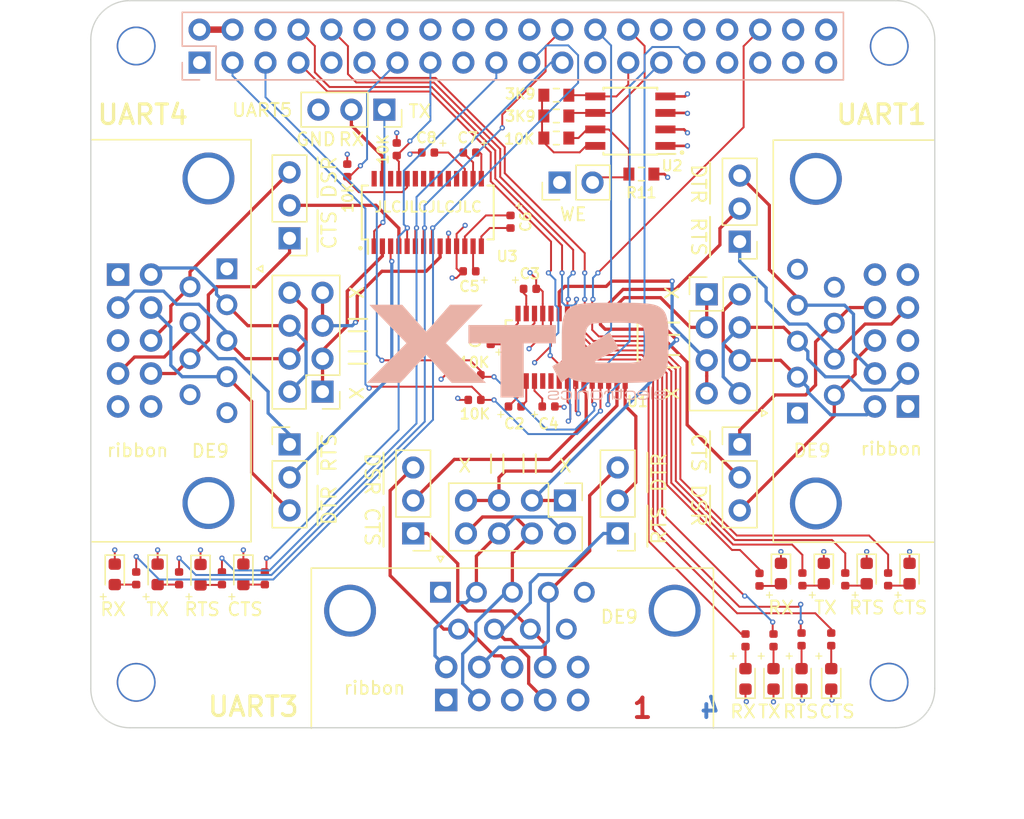
<source format=kicad_pcb>
(kicad_pcb (version 20211014) (generator pcbnew)
  (title_block (title "RPi V.24") (date "2021-09-07") (rev "1"))
  (layers (0 "F.Cu" signal) (1 "In1.Cu" power) (2 "In2.Cu" power) (31 "B.Cu" signal) (34 "B.Paste" user) (35 "F.Paste" user) (36 "B.SilkS" user "B.Silkscreen") (37 "F.SilkS" user "F.Silkscreen") (38 "B.Mask" user) (39 "F.Mask" user) (44 "Edge.Cuts" user))
  (net 0 "")
  (net 1 "GND")
  (net 2 "/ID_SD_EEPROM")
  (net 3 "/ID_SC_EEPROM")
  (net 4 "/P5V_HAT")
  (net 5 "/P3V3")
  (net 6 "Net-(J9-Pad2)")
  (net 7 "Net-(C2-Pad1)")
  (net 8 "Net-(C4-Pad1)")
  (net 9 "Net-(C6-Pad1)")
  (net 10 "Net-(C8-Pad1)")
  (net 11 "Net-(J1-Pad1)")
  (net 12 "RTS1E")
  (net 13 "CTS1E")
  (net 14 "Net-(J1-Pad9)")
  (net 15 "Net-(J2-Pad9)")
  (net 16 "CTS3E")
  (net 17 "RTS3E")
  (net 18 "Net-(J2-Pad1)")
  (net 19 "TXD3")
  (net 20 "TXD1")
  (net 21 "RXD1")
  (net 22 "RTS1")
  (net 23 "Net-(J3-Pad12)")
  (net 24 "Net-(J3-Pad16)")
  (net 25 "Net-(J3-Pad17)")
  (net 26 "Net-(J3-Pad18)")
  (net 27 "CTS4")
  (net 28 "RXD4")
  (net 29 "Net-(J3-Pad22)")
  (net 30 "RTS4")
  (net 31 "TXD4")
  (net 32 "RTS3")
  (net 33 "RXD3")
  (net 34 "CTS3")
  (net 35 "Net-(J3-Pad35)")
  (net 36 "CTS1")
  (net 37 "Net-(J3-Pad37)")
  (net 38 "Net-(J3-Pad38)")
  (net 39 "Net-(J3-Pad40)")
  (net 40 "Net-(J4-Pad1)")
  (net 41 "RTS4E")
  (net 42 "CTS4E")
  (net 43 "Net-(J4-Pad9)")
  (net 44 "Net-(J3-Pad32)")
  (net 45 "Net-(J3-Pad33)")
  (net 46 "Net-(C1-Pad1)")
  (net 47 "Net-(C1-Pad2)")
  (net 48 "Net-(C2-Pad2)")
  (net 49 "P3V3_HAT")
  (net 50 "Net-(C3-Pad1)")
  (net 51 "Net-(C5-Pad1)")
  (net 52 "Net-(C6-Pad2)")
  (net 53 "Net-(C7-Pad1)")
  (net 54 "Net-(C7-Pad2)")
  (net 55 "DTR1C")
  (net 56 "DSR1C")
  (net 57 "RTS1C")
  (net 58 "CTS1C")
  (net 59 "CTS3C")
  (net 60 "RTS3C")
  (net 61 "DSR3C")
  (net 62 "DTR3C")
  (net 63 "DTR4C")
  (net 64 "DSR4C")
  (net 65 "RTS4C")
  (net 66 "CTS4C")
  (net 67 "Net-(U1-Pad18)")
  (net 68 "Net-(U1-Pad19)")
  (net 69 "Net-(U3-Pad28)")
  (net 70 "Net-(U3-Pad23)")
  (net 71 "Net-(U3-Pad22)")
  (net 72 "Net-(U3-Pad21)")
  (net 73 "Net-(U3-Pad19)")
  (net 74 "Net-(U3-Pad18)")
  (net 75 "Net-(D1-Pad2)")
  (net 76 "Net-(D2-Pad2)")
  (net 77 "Net-(D3-Pad2)")
  (net 78 "Net-(D4-Pad2)")
  (net 79 "Net-(D5-Pad2)")
  (net 80 "Net-(D6-Pad2)")
  (net 81 "Net-(D7-Pad2)")
  (net 82 "Net-(D8-Pad2)")
  (net 83 "Net-(D9-Pad2)")
  (net 84 "Net-(D10-Pad2)")
  (net 85 "Net-(D11-Pad2)")
  (net 86 "Net-(D12-Pad2)")
  (net 87 "Net-(J16-Pad10)")
  (net 88 "Net-(J16-Pad9)")
  (net 89 "Net-(J16-Pad5)")
  (net 90 "Net-(J16-Pad1)")
  (net 91 "Net-(J17-Pad1)")
  (net 92 "Net-(J17-Pad5)")
  (net 93 "Net-(J17-Pad9)")
  (net 94 "Net-(J17-Pad10)")
  (net 95 "Net-(J18-Pad1)")
  (net 96 "Net-(J18-Pad5)")
  (net 97 "Net-(J18-Pad9)")
  (net 98 "Net-(J18-Pad10)")
  (net 99 "RXD1C")
  (net 100 "TXD1C")
  (net 101 "TXD3C")
  (net 102 "RXD3C")
  (net 103 "RXD4C")
  (net 104 "TXD4C")
  (net 105 "TXD1E")
  (net 106 "RXD1E")
  (net 107 "TXD3E")
  (net 108 "RXD3E")
  (net 109 "TXD5E")
  (net 110 "RXD5E")
  (net 111 "RXD4E")
  (net 112 "TXD4E")
  (net 113 "RXD5")
  (net 114 "TXD5")
  (net 115 "~{EN1_3}")
  (net 116 "SHDN1_3")
  (net 117 "~{EN4_5}")
  (net 118 "SHDN4_5")
  (footprint "project_footprints:NPTH_3mm_ID" (layer "F.Cu") (at 82.04 64.31)
    (fp_text reference "H1" hide)
    (fp_text value "3mm_Mounting_Hole" hide)
  )
  (footprint "project_footprints:NPTH_3mm_ID" (layer "F.Cu") (at 140.04 64.33)
    (fp_text reference "H2" hide)
    (fp_text value "3mm_Mounting_Hole" hide)
  )
  (footprint "project_footprints:NPTH_3mm_ID" (layer "F.Cu") (at 82.04 113.32)
    (fp_text reference "H3" hide)
    (fp_text value "3mm_Mounting_Hole" hide)
  )
  (footprint "project_footprints:NPTH_3mm_ID" (layer "F.Cu") (at 140.03 113.31)
    (fp_text reference "H4" hide)
    (fp_text value "3mm_Mounting_Hole" hide)
  )
  (footprint "Resistor_SMD:R_0603_1608Metric_Pad0.84x1.00mm_HandSolder" (layer "F.Cu") (at 120.95 74.175)
    (fp_text reference "R11")
    (fp_text value "DNP")
  )
  (footprint "Resistor_SMD:R_0603_1608Metric_Pad0.84x1.00mm_HandSolder" (layer "F.Cu") (at 114.4 71.4)
    (fp_text reference "10K")
    (fp_text value "10K")
  )
  (footprint "Resistor_SMD:R_0603_1608Metric_Pad0.84x1.00mm_HandSolder" (layer "F.Cu") (at 114.4 69.7)
    (fp_text reference "3K9")
    (fp_text value "3.9K")
  )
  (footprint "Package_SOIC:SOIC-8_3.9x4.9mm_P1.27mm" (layer "F.Cu") (at 120.1 70.1 180)
    (fp_text reference "U2")
    (fp_text value "CAT24C32")
  )
  (footprint "Connector_PinHeader_2.54mm:PinHeader_1x02_P2.54mm_Vertical" (layer "F.Cu") (at 114.65 74.825 90)
    (fp_text reference "J9" hide)
    (fp_text value "CONN_01X02" hide)
  )
  (footprint "Resistor_SMD:R_0603_1608Metric_Pad0.84x1.00mm_HandSolder" (layer "F.Cu") (at 114.4 68.1)
    (fp_text reference "3K9")
    (fp_text value "3.9K")
  )
  (footprint "Connector_Dsub:DSUB-9_Male_Horizontal_P2.77x2.84mm_EdgePinOffset7.70mm_Housed_MountingHolesOffset9.12mm" (layer "F.Cu") (at 132.969 92.583 90)
    (fp_text reference "J1" hide)
    (fp_text value "DB9_Male" hide)
  )
  (footprint "Connector_Dsub:DSUB-9_Male_Horizontal_P2.77x2.84mm_EdgePinOffset7.70mm_Housed_MountingHolesOffset9.12mm" (layer "F.Cu") (at 105.4735 106.381)
    (fp_text reference "J2" hide)
    (fp_text value "DB9_Male" hide)
  )
  (footprint "Connector_Dsub:DSUB-9_Male_Horizontal_P2.77x2.84mm_EdgePinOffset7.70mm_Housed_MountingHolesOffset9.12mm" (layer "F.Cu") (at 89.027 81.4705 -90)
    (fp_text reference "J4" hide)
    (fp_text value "DB9_Male" hide)
  )
  (footprint "Package_SO:SSOP-28_3.9x9.9mm_P0.635mm" (layer "F.Cu") (at 104.496 77.1315 90)
    (fp_text reference "U3")
    (fp_text value "MAX561")
  )
  (footprint "Package_SO:SSOP-28_3.9x9.9mm_P0.635mm" (layer "F.Cu") (at 115.575 87.514 -90)
    (fp_text reference "U1")
    (fp_text value "MAX561")
  )
  (footprint "Connector_PinSocket_2.54mm:PinSocket_1x03_P2.54mm_Vertical" (layer "F.Cu") (at 101.1555 69.215 -90)
    (fp_text reference "J12" hide)
    (fp_text value "Conn_01x03_Female" hide)
  )
  (footprint "LED_SMD:LED_0603_1608Metric" (layer "F.Cu") (at 83.693 105.0035 -90)
    (fp_text reference "D9" hide)
    (fp_text value "RED" hide)
  )
  (footprint "LED_SMD:LED_0603_1608Metric" (layer "F.Cu") (at 80.391 105.0035 -90)
    (fp_text reference "D10" hide)
    (fp_text value "GRN" hide)
  )
  (footprint "LED_SMD:LED_0603_1608Metric" (layer "F.Cu") (at 86.995 105.029 -90)
    (fp_text reference "D11" hide)
    (fp_text value "YEL" hide)
  )
  (footprint "LED_SMD:LED_0603_1608Metric" (layer "F.Cu") (at 90.297 105.0035 -90)
    (fp_text reference "D12" hide)
    (fp_text value "BLU" hide)
  )
  (footprint "Connector_PinHeader_2.54mm:PinHeader_1x03_P2.54mm_Vertical" (layer "F.Cu") (at 119.126 101.854 180)
    (fp_text reference "J10" hide)
    (fp_text value "Conn_01x03" hide)
  )
  (footprint "Connector_PinHeader_2.54mm:PinHeader_1x03_P2.54mm_Vertical" (layer "F.Cu") (at 93.853 94.996)
    (fp_text reference "J14" hide)
    (fp_text value "Conn_01x03" hide)
  )
  (footprint "Connector_PinHeader_2.54mm:PinHeader_1x03_P2.54mm_Vertical" (layer "F.Cu") (at 93.853 79.121 180)
    (fp_text reference "J15" hide)
    (fp_text value "Conn_01x03" hide)
  )
  (footprint "Connector_PinHeader_2.54mm:PinHeader_2x04_P2.54mm_Vertical" (layer "F.Cu") (at 96.393 90.932 180)
    (fp_text reference "J13" hide)
    (fp_text value "Conn_02x04_Odd_Even" hide)
  )
  (footprint "Connector_PinHeader_2.54mm:PinHeader_1x03_P2.54mm_Vertical" (layer "F.Cu") (at 103.378 101.854 180)
    (fp_text reference "J11" hide)
    (fp_text value "Conn_01x03" hide)
  )
  (footprint "LED_SMD:LED_0603_1608Metric" (layer "F.Cu") (at 133.2865 113.0555 90)
    (fp_text reference "D7" hide)
    (fp_text value "YEL" hide)
  )
  (footprint "LED_SMD:LED_0603_1608Metric" (layer "F.Cu") (at 135.5725 113.0555 90)
    (fp_text reference "D8" hide)
    (fp_text value "BLU" hide)
  )
  (footprint "Connector_PinHeader_2.54mm:PinHeader_1x03_P2.54mm_Vertical" (layer "F.Cu") (at 128.524 94.996)
    (fp_text reference "J7" hide)
    (fp_text value "Conn_01x03" hide)
  )
  (footprint "Connector_PinHeader_2.54mm:PinHeader_2x04_P2.54mm_Vertical" (layer "F.Cu") (at 125.984 83.439)
    (fp_text reference "J5" hide)
    (fp_text value "Conn_02x04_Odd_Even" hide)
  )
  (footprint "Connector_PinHeader_2.54mm:PinHeader_1x03_P2.54mm_Vertical" (layer "F.Cu") (at 128.524 79.375 180)
    (fp_text reference "J6" hide)
    (fp_text value "Conn_01x03" hide)
  )
  (footprint "Connector_PinHeader_2.54mm:PinHeader_2x04_P2.54mm_Vertical" (layer "F.Cu") (at 115.062 99.314 -90)
    (fp_text reference "J8" hide)
    (fp_text value "Conn_02x04_Odd_Even" hide)
  )
  (footprint "LED_SMD:LED_0603_1608Metric" (layer "F.Cu") (at 131.699 104.94 -90)
    (fp_text reference "D2" hide)
    (fp_text value "GRN" hide)
  )
  (footprint "LED_SMD:LED_0603_1608Metric" (layer "F.Cu") (at 135.001 104.94 -90)
    (fp_text reference "D1" hide)
    (fp_text value "RED" hide)
  )
  (footprint "LED_SMD:LED_0603_1608Metric" (layer "F.Cu") (at 141.605 104.94 -90)
    (fp_text reference "D4" hide)
    (fp_text value "BLU" hide)
  )
  (footprint "LED_SMD:LED_0603_1608Metric" (layer "F.Cu") (at 138.303 104.94 -90)
    (fp_text reference "D3" hide)
    (fp_text value "YEL" hide)
  )
  (footprint "LED_SMD:LED_0603_1608Metric" (layer "F.Cu") (at 131.1275 113.0555 90)
    (fp_text reference "D5" hide)
    (fp_text value "RED" hide)
  )
  (footprint "Connector_IDC:IDC-Header_2x05_P2.54mm_Vertical" (layer "F.Cu") (at 141.478 92.075 180)
    (fp_text reference "J16" hide)
    (fp_text value "Conn_02x05_Odd_Even" hide)
  )
  (footprint "Connector_IDC:IDC-Header_2x05_P2.54mm_Vertical" (layer "F.Cu") (at 105.918 114.681 90)
    (fp_text reference "J17" hide)
    (fp_text value "Conn_02x05_Odd_Even" hide)
  )
  (footprint "Connector_IDC:IDC-Header_2x05_P2.54mm_Vertical" (layer "F.Cu") (at 80.645 81.915)
    (fp_text reference "J18" hide)
    (fp_text value "Conn_02x05_Odd_Even" hide)
  )
  (footprint "LED_SMD:LED_0603_1608Metric" (layer "F.Cu") (at 128.9685 113.0555 90)
    (fp_text reference "D6" hide)
    (fp_text value "GRN" hide)
  )
  (footprint "Capacitor_SMD:C_0402_1005Metric" (layer "F.Cu") (at 109.347 86.8015 90)
    (fp_text reference "C1")
    (fp_text value "1uF")
  )
  (footprint "Capacitor_SMD:C_0402_1005Metric" (layer "F.Cu") (at 111.2 92.075)
    (fp_text reference "C2")
    (fp_text value "1uF")
  )
  (footprint "Capacitor_SMD:C_0402_1005Metric" (layer "F.Cu") (at 112.3625 83.014)
    (fp_text reference "C3")
    (fp_text value "1uF")
  )
  (footprint "Capacitor_SMD:C_0402_1005Metric" (layer "F.Cu") (at 113.8 92.075)
    (fp_text reference "C4")
    (fp_text value "1uF")
  )
  (footprint "Capacitor_SMD:C_0402_1005Metric" (layer "F.Cu") (at 107.7085 81.661 180)
    (fp_text reference "C5")
    (fp_text value "1uF")
  )
  (footprint "Capacitor_SMD:C_0402_1005Metric" (layer "F.Cu") (at 110.871 77.844 -90)
    (fp_text reference "C6")
    (fp_text value "1uF")
  )
  (footprint "Capacitor_SMD:C_0402_1005Metric" (layer "F.Cu") (at 107.719 72.517 180)
    (fp_text reference "C7")
    (fp_text value "1uF")
  )
  (footprint "Capacitor_SMD:C_0402_1005Metric" (layer "F.Cu") (at 104.521 72.517 180)
    (fp_text reference "C8")
    (fp_text value "1uF")
  )
  (footprint "Resistor_SMD:R_0402_1005Metric" (layer "F.Cu") (at 133.35 105.387 -90)
    (fp_text reference "R1" hide)
    (fp_text value "2K2" hide)
  )
  (footprint "Resistor_SMD:R_0402_1005Metric" (layer "F.Cu") (at 130.048 105.41 -90)
    (fp_text reference "R2" hide)
    (fp_text value "2K2" hide)
  )
  (footprint "Resistor_SMD:R_0402_1005Metric" (layer "F.Cu") (at 136.652 105.387 -90)
    (fp_text reference "R3" hide)
    (fp_text value "2K2" hide)
  )
  (footprint "Resistor_SMD:R_0402_1005Metric" (layer "F.Cu") (at 139.954 105.387 -90)
    (fp_text reference "R4" hide)
    (fp_text value "2K2" hide)
  )
  (footprint "Resistor_SMD:R_0402_1005Metric" (layer "F.Cu") (at 131.1275 110.0835 -90)
    (fp_text reference "R5" hide)
    (fp_text value "2K2" hide)
  )
  (footprint "Resistor_SMD:R_0402_1005Metric" (layer "F.Cu") (at 128.9685 110.0835 -90)
    (fp_text reference "R7" hide)
    (fp_text value "2K2" hide)
  )
  (footprint "Resistor_SMD:R_0402_1005Metric" (layer "F.Cu") (at 133.2865 110.0075 -90)
    (fp_text reference "R9" hide)
    (fp_text value "2K2" hide)
  )
  (footprint "Resistor_SMD:R_0402_1005Metric" (layer "F.Cu") (at 135.5725 110.0075 -90)
    (fp_text reference "R10" hide)
    (fp_text value "2K2" hide)
  )
  (footprint "Resistor_SMD:R_0402_1005Metric" (layer "F.Cu") (at 85.344 105.306 -90)
    (fp_text reference "R12" hide)
    (fp_text value "2K2" hide)
  )
  (footprint "Resistor_SMD:R_0402_1005Metric" (layer "F.Cu") (at 82.042 105.306 -90)
    (fp_text reference "R13" hide)
    (fp_text value "2K2" hide)
  )
  (footprint "Resistor_SMD:R_0402_1005Metric" (layer "F.Cu") (at 88.646 105.306 -90)
    (fp_text reference "R14" hide)
    (fp_text value "2K2" hide)
  )
  (footprint "Resistor_SMD:R_0402_1005Metric" (layer "F.Cu") (at 91.948 105.306 -90)
    (fp_text reference "R15" hide)
    (fp_text value "2K2" hide)
  )
  (footprint "Resistor_SMD:R_0402_1005Metric" (layer "F.Cu") (at 108.1 91.567)
    (fp_text reference "10K")
    (fp_text value "10K")
  )
  (footprint "Resistor_SMD:R_0402_1005Metric" (layer "F.Cu") (at 108.1 89.662 180)
    (fp_text reference "10K")
    (fp_text value "10K")
  )
  (footprint "Resistor_SMD:R_0402_1005Metric" (layer "F.Cu") (at 102.108 72.263 -90)
    (fp_text reference "10K")
    (fp_text value "10K")
  )
  (footprint "Resistor_SMD:R_0402_1005Metric" (layer "F.Cu") (at 98.298 73.891 90)
    (fp_text reference "10K")
    (fp_text value "10K")
  )
  (footprint "Connector_PinSocket_2.54mm:PinSocket_2x20_P2.54mm_Vertical" (layer "B.Cu") (at 86.92 65.59 -90)
    (fp_text reference "J3" hide)
    (fp_text value "40HAT" hide)
  )
  (footprint "LOGO" (layer "B.Cu") (at 111.451028 87.558384 180)
    (fp_text reference "G***" hide)
    (fp_text value "LOGO" hide)
  )
  (gr_circle (center 120.777 84.836) (end 120.877 84.836) (layer "F.SilkS") (width 0.15) (fill none))
  (gr_circle (center 99.314 79.883) (end 99.414 79.883) (layer "F.SilkS") (width 0.15) (fill none))
  (gr_line (start 101.092 95.631) (end 101.092 98.806) (layer "F.SilkS") (width 0.15))
  (gr_line (start 121.412 102.87) (end 121.412 99.695) (layer "F.SilkS") (width 0.15))
  (gr_line (start 121.412 98.679) (end 121.412 95.631) (layer "F.SilkS") (width 0.15))
  (gr_circle (center 124.079 72.517) (end 124.179 72.517) (layer "F.SilkS") (width 0.15) (fill none))
  (gr_line (start 126.238 73.279) (end 126.238 76.454) (layer "F.SilkS") (width 0.15))
  (gr_line (start 96.012 80.137) (end 96.012 76.962) (layer "F.SilkS") (width 0.15))
  (gr_line (start 126.238 93.98) (end 126.238 97.155) (layer "F.SilkS") (width 0.15))
  (gr_line (start 96.012 101.219) (end 96.012 98.171) (layer "F.SilkS") (width 0.15))
  (gr_line (start 96.012 75.946) (end 96.012 72.898) (layer "F.SilkS") (width 0.15))
  (gr_line (start 126.238 98.171) (end 126.238 101.219) (layer "F.SilkS") (width 0.15))
  (gr_line (start 101.092 99.822) (end 101.092 102.87) (layer "F.SilkS") (width 0.15))
  (gr_line (start 126.238 77.47) (end 126.238 80.518) (layer "F.SilkS") (width 0.15))
  (gr_line (start 96.012 97.282) (end 96.012 94.107) (layer "F.SilkS") (width 0.15))
  (gr_line (start 81.546356 116.817611) (end 140.546356 116.817611) (layer "Edge.Cuts") (width 0.1))
  (gr_line (start 143.546247 113.792001) (end 143.546356 63.817611) (layer "Edge.Cuts") (width 0.1))
  (gr_arc (start 140.546356 60.817611) (mid 142.667676 61.696291) (end 143.546356 63.817611) (layer "Edge.Cuts") (width 0.1))
  (gr_line (start 78.546356 63.817611) (end 78.546356 113.817611) (layer "Edge.Cuts") (width 0.1))
  (gr_arc (start 143.546247 113.792001) (mid 142.676712 115.929858) (end 140.546356 116.817611) (layer "Edge.Cuts") (width 0.1))
  (gr_arc (start 78.546356 63.817611) (mid 79.425036 61.696291) (end 81.546356 60.817611) (layer "Edge.Cuts") (width 0.1))
  (gr_line (start 140.546356 60.817611) (end 81.546356 60.817611) (layer "Edge.Cuts") (width 0.1))
  (gr_arc (start 81.546356 116.817611) (mid 79.425036 115.938931) (end 78.546356 113.817611) (layer "Edge.Cuts") (width 0.1))
  (gr_text "1" (at 121.031 115.316) (layer "F.Cu") (effects (font (size 1.5 1.5) (thickness 0.3))))
  (gr_text "4" (at 126.238 115.316) (layer "B.Cu") (effects (font (size 1.5 1.5) (thickness 0.3)) (justify mirror)))
  (gr_text "X" (at 115.0955 96.552 180) (layer "F.SilkS") (effects (font (size 1 1))))
  (gr_text "||" (at 112.3455 96.552 180) (layer "F.SilkS") (effects (font (size 1 1))))
  (gr_text "||" (at 109.8455 96.552 180) (layer "F.SilkS") (effects (font (size 1 1))))
  (gr_text "X" (at 99.0445 83.3055 90) (layer "F.SilkS") (effects (font (size 1 1))))
  (gr_text "||" (at 99.0445 85.8055 90) (layer "F.SilkS") (effects (font (size 1 1))))
  (gr_text "X" (at 99.0445 91.0555 90) (layer "F.SilkS") (effects (font (size 1 1))))
  (gr_text "||" (at 99.0445 88.3055 90) (layer "F.SilkS") (effects (font (size 1 1))))
  (gr_text "UART3" (at 91.059 115.189) (layer "F.SilkS") (effects (font (size 1.5 1.5) (thickness 0.25))))
  (gr_text "UART5" (at 91.75 69.25) (layer "F.SilkS") (effects (font (size 1 1))))
  (gr_text "WE" (at 115.7 77.275) (layer "F.SilkS") (effects (font (size 1 1))))
  (gr_text "UART4" (at 82.55 69.596) (layer "F.SilkS") (effects (font (size 1.5 1.5) (thickness 0.25))))
  (gr_text "UART1" (at 139.446 69.596) (layer "F.SilkS") (effects (font (size 1.5 1.5) (thickness 0.25))))
  (gr_text "RX" (at 98.6155 71.501) (layer "F.SilkS") (effects (font (size 1 1))))
  (gr_text "GND" (at 95.885 71.501) (layer "F.SilkS") (effects (font (size 1 1))))
  (gr_text "TX" (at 103.886 69.342) (layer "F.SilkS") (effects (font (size 1 1))))
  (gr_text "X" (at 123.23 83.3355 270) (layer "F.SilkS") (effects (font (size 1 1))))
  (gr_text "||" (at 123.23 86.0855 270) (layer "F.SilkS") (effects (font (size 1 1))))
  (gr_text "X" (at 123.23 91.0855 270) (layer "F.SilkS") (effects (font (size 1 1))))
  (gr_text "||" (at 123.23 88.5855 270) (layer "F.SilkS") (effects (font (size 1 1))))
  (gr_text "RTS" (at 138.303 107.569) (layer "F.SilkS") (effects (font (size 1 1))))
  (gr_text "RX" (at 131.699 107.569) (layer "F.SilkS") (effects (font (size 1 1))))
  (gr_text "TX" (at 135.128 107.569) (layer "F.SilkS") (effects (font (size 1 1))))
  (gr_text "CTS" (at 141.605 107.569) (layer "F.SilkS") (effects (font (size 1 1))))
  (gr_text "CTS" (at 136.017 115.57) (layer "F.SilkS") (effects (font (size 1 1))))
  (gr_text "TX" (at 130.81 115.57) (layer "F.SilkS") (effects (font (size 1 1))))
  (gr_text "RX" (at 128.778 115.57) (layer "F.SilkS") (effects (font (size 1 1))))
  (gr_text "RTS" (at 133.223 115.57) (layer "F.SilkS") (effects (font (size 1 1))))
  (gr_text "DSR" (at 100.203 97.282 270) (layer "F.SilkS") (effects (font (size 1.1 1.1))))
  (gr_text "CTS" (at 100.203 101.346 270) (layer "F.SilkS") (effects (font (size 1.1 1.1))))
  (gr_text "DTR" (at 122.301 97.155 90) (layer "F.SilkS") (effects (font (size 1.1 1.1))))
  (gr_text "RTS" (at 122.301 101.219 90) (layer "F.SilkS") (effects (font (size 1.1 1.1))))
  (gr_text "+" (at 89.408 106.68) (layer "F.SilkS") (effects (font (size 0.6 0.6) (thickness 0.09))))
  (gr_text "DSR" (at 96.901 74.422 90) (layer "F.SilkS") (effects (font (size 1.1 1.1))))
  (gr_text "+" (at 108.839 82.296) (layer "F.SilkS") (effects (font (size 0.6 0.6) (thickness 0.09))))
  (gr_text "+" (at 111.506 76.581) (layer "F.SilkS") (effects (font (size 0.6 0.6) (thickness 0.09))))
  (gr_text "+" (at 134.112 106.553) (layer "F.SilkS") (effects (font (size 0.6 0.6) (thickness 0.09))))
  (gr_text "TX" (at 83.693 107.696) (layer "F.SilkS") (effects (font (size 1 1))))
  (gr_text "RTS" (at 87.122 107.696) (layer "F.SilkS") (effects (font (size 1 1))))
  (gr_text "CTS" (at 125.349 95.631 270) (layer "F.SilkS") (effects (font (size 1.1 1.1))))
  (gr_text "+" (at 140.716 106.553) (layer "F.SilkS") (effects (font (size 0.6 0.6) (thickness 0.09))))
  (gr_text "X" (at 107.3455 96.552 180) (layer "F.SilkS") (effects (font (size 1 1))))
  (gr_text "+" (at 112.725 92.65) (layer "F.SilkS") (effects (font (size 0.6 0.6) (thickness 0.09))))
  (gr_text "+" (at 109.975 87.85) (layer "F.SilkS") (effects (font (size 0.6 0.6) (thickness 0.09))))
  (gr_text "+" (at 137.414 106.553) (layer "F.SilkS") (effects (font (size 0.6 0.6) (thickness 0.09))))
  (gr_text "RTS" (at 96.901 95.631 90) (layer "F.SilkS") (effects (font (size 1.1 1.1))))
  (gr_text "RTS" (at 125.349 78.994 270) (layer "F.SilkS") (effects (font (size 1.1 1.1))))
  (gr_text "+" (at 82.804 106.68) (layer "F.SilkS") (effects (font (size 0.6 0.6) (thickness 0.09))))
  (gr_text "+" (at 128.016 111.252) (layer "F.SilkS") (effects (font (size 0.6 0.6) (thickness 0.09))))
  (gr_text "+" (at 134.62 111.252) (layer "F.SilkS") (effects (font (size 0.6 0.6) (thickness 0.09))))
  (gr_text "+" (at 130.81 106.553) (layer "F.SilkS") (effects (font (size 0.6 0.6) (thickness 0.09))))
  (gr_text "+" (at 79.502 106.68) (layer "F.SilkS") (effects (font (size 0.6 0.6) (thickness 0.09))))
  (gr_text "+" (at 111.252 82.296) (layer "F.SilkS") (effects (font (size 0.6 0.6) (thickness 0.09))))
  (gr_text "DTR" (at 125.349 74.93 270) (layer "F.SilkS") (effects (font (size 1.1 1.1))))
  (gr_text "ribbon" (at 140.2 95.325) (layer "F.SilkS") (effects (font (size 1 1))))
  (gr_text "DE9" (at 87.75 95.5) (layer "F.SilkS") (effects (font (size 1 1))))
  (gr_text "RX" (at 80.264 107.696) (layer "F.SilkS") (effects (font (size 1 1))))
  (gr_text "CTS" (at 90.424 107.696) (layer "F.SilkS") (effects (font (size 1 1))))
  (gr_text "DE9" (at 134.1 95.475) (layer "F.SilkS") (effects (font (size 1 1))))
  (gr_text "ribbon" (at 100.4 113.75) (layer "F.SilkS") (effects (font (size 1 1))))
  (gr_text "DSR" (at 125.349 99.695 270) (layer "F.SilkS") (effects (font (size 1.1 1.1))))
  (gr_text "JLCJLCJLCJLC" (at 104.521 76.708) (layer "F.SilkS") (effects (font (size 0.8 0.8))))
  (gr_text "+" (at 86.106 106.68) (layer "F.SilkS") (effects (font (size 0.6 0.6) (thickness 0.09))))
  (gr_text "CTS" (at 96.901 78.486 90) (layer "F.SilkS") (effects (font (size 1.1 1.1))))
  (gr_text "ribbon" (at 82.15 95.45) (layer "F.SilkS") (effects (font (size 1 1))))
  (gr_text "+" (at 105.664 71.755) (layer "F.SilkS") (effects (font (size 0.6 0.6) (thickness 0.09))))
  (gr_text "DE9" (at 119.25 108.275) (layer "F.SilkS") (effects (font (size 1 1))))
  (gr_text "+" (at 110.125 92.65) (layer "F.SilkS") (effects (font (size 0.6 0.6) (thickness 0.09))))
  (gr_text "DTR" (at 96.901 99.695 90) (layer "F.SilkS") (effects (font (size 1.1 1.1))))
  (gr_text "+" (at 130.175 111.252) (layer "F.SilkS") (effects (font (size 0.6 0.6) (thickness 0.09))))
  (gr_text "+" (at 108.839 71.755) (layer "F.SilkS") (effects (font (size 0.6 0.6) (thickness 0.09))))
  (gr_text "+" (at 132.334 111.252) (layer "F.SilkS") (effects (font (size 0.6 0.6) (thickness 0.09))))
  (segment (start 124.465 69.465) (end 124.5 69.5) (width 0.2) (layer "F.Cu") (net 1))
  (segment (start 115 92.129944) (end 114.945056 92.075) (width 0.15) (layer "F.Cu") (net 1))
  (segment (start 135.5725 113.843) (end 135.5725 114.6175) (width 0.15) (layer "F.Cu") (net 1))
  (segment (start 83.693 104.216) (end 83.693 103.124) (width 0.15) (layer "F.Cu") (net 1))
  (segment (start 124.235 70.735) (end 124.5 71) (width 0.2) (layer "F.Cu") (net 1))
  (segment (start 121.9125 74.175) (end 122.725 74.175) (width 0.2) (layer "F.Cu") (net 1))
  (segment (start 103.251 72.517) (end 103.124 72.644) (width 0.15) (layer "F.Cu") (net 1))
  (segment (start 122.8 69.465) (end 124.465 69.465) (width 0.2) (layer "F.Cu") (net 1))
  (segment (start 133.2865 114.6175) (end 133.35 114.681) (width 0.15) (layer "F.Cu") (net 1))
  (segment (start 86.995 104.2415) (end 86.995 103.124) (width 0.15) (layer "F.Cu") (net 1))
  (segment (start 112.725 88.7) (end 112.725 88.678939) (width 0.15) (layer "F.Cu") (net 1))
  (segment (start 122.8 68.195) (end 124.305 68.195) (width 0.2) (layer "F.Cu") (net 1))
  (segment (start 124.305 68.195) (end 124.5 68) (width 0.2) (layer "F.Cu") (net 1))
  (segment (start 98.298 73.406) (end 98.298 72.644) (width 0.15) (layer "F.Cu") (net 1))
  (segment (start 105.838 89.662) (end 105.525 89.975) (width 0.15) (layer "F.Cu") (net 1))
  (segment (start 113.9875 87.416439) (end 113.9875 84.914) (width 0.15) (layer "F.Cu") (net 1))
  (segment (start 90.297 104.216) (end 90.297 103.124) (width 0.15) (layer "F.Cu") (net 1))
  (segment (start 131.699 104.1525) (end 131.699 103.251) (width 0.15) (layer "F.Cu") (net 1))
  (segment (start 106.1 78.725) (end 106.0835 78.7415) (width 0.15) (layer "F.Cu") (net 1))
  (segment (start 106.0835 78.7415) (end 106.0835 79.7315) (width 0.15) (layer "F.Cu") (net 1))
  (segment (start 131.125 114.825) (end 131.1275 114.8225) (width 0.15) (layer "F.Cu") (net 1))
  (segment (start 135.5725 114.6175) (end 135.636 114.681) (width 0.15) (layer "F.Cu") (net 1))
  (segment (start 122.8 70.735) (end 124.235 70.735) (width 0.2) (layer "F.Cu") (net 1))
  (segment (start 104.036 72.517) (end 103.251 72.517) (width 0.15) (layer "F.Cu") (net 1))
  (segment (start 131.1275 114.8225) (end 131.1275 113.843) (width 0.15) (layer "F.Cu") (net 1))
  (segment (start 138.303 104.1525) (end 138.303 103.251) (width 0.15) (layer "F.Cu") (net 1))
  (segment (start 122.8 72.005) (end 124.495 72.005) (width 0.2) (layer "F.Cu") (net 1))
  (segment (start 141.605 104.1525) (end 141.605 103.251) (width 0.15) (layer "F.Cu") (net 1))
  (segment (start 122.725 74.175) (end 122.975 74.425) (width 0.2) (layer "F.Cu") (net 1))
  (segment (start 133.2865 113.843) (end 133.2865 114.6175) (width 0.15) (layer "F.Cu") (net 1))
  (segment (start 80.391 104.216) (end 80.391 103.124) (width 0.15) (layer "F.Cu") (net 1))
  (segment (start 124.495 72.005) (end 124.5 72) (width 0.2) (layer "F.Cu") (net 1))
  (segment (start 128.9685 113.843) (end 128.9685 114.7445) (width 0.15) (layer "F.Cu") (net 1))
  (segment (start 135.001 104.1525) (end 135.001 103.251) (width 0.15) (layer "F.Cu") (net 1))
  (segment (start 114.945056 92.075) (end 114.285 92.075) (width 0.15) (layer "F.Cu") (net 1))
  (segment (start 107.615 89.662) (end 105.838 89.662) (width 0.15) (layer "F.Cu") (net 1))
  (segment (start 112.725 88.678939) (end 113.9875 87.416439) (width 0.15) (layer "F.Cu") (net 1))
  (via (at 135.636 114.681) (size 0.4) (drill 0.2) (layers "F.Cu" "B.Cu") (net 1))
  (via (at 141.605 103.251) (size 0.4) (drill 0.2) (layers "F.Cu" "B.Cu") (net 1))
  (via (at 133.35 114.681) (size 0.4) (drill 0.2) (layers "F.Cu" "B.Cu") (net 1))
  (via (at 131.125 114.825) (size 0.4) (drill 0.2) (layers "F.Cu" "B.Cu") (net 1))
  (via (at 86.995 103.124) (size 0.4) (drill 0.2) (layers "F.Cu" "B.Cu") (net 1))
  (via (at 105.525 89.975) (size 0.4) (drill 0.2) (layers "F.Cu" "B.Cu") (net 1))
  (via (at 112.725 88.7) (size 0.4) (drill 0.2) (layers "F.Cu" "B.Cu") (net 1))
  (via (at 124.5 69.5) (size 0.4) (drill 0.2) (layers "F.Cu" "B.Cu") (net 1))
  (via (at 98.298 72.644) (size 0.4) (drill 0.2) (layers "F.Cu" "B.Cu") (net 1))
  (via (at 106.1 78.725) (size 0.4) (drill 0.2) (layers "F.Cu" "B.Cu") (net 1))
  (via (at 131.699 103.251) (size 0.4) (drill 0.2) (layers "F.Cu" "B.Cu") (net 1))
  (via (at 83.693 103.124) (size 0.4) (drill 0.2) (layers "F.Cu" "B.Cu") (net 1))
  (via (at 135.001 103.251) (size 0.4) (drill 0.2) (layers "F.Cu" "B.Cu") (net 1))
  (via (at 115 92.129944) (size 0.4) (drill 0.2) (layers "F.Cu" "B.Cu") (net 1))
  (via (at 90.297 103.124) (size 0.4) (drill 0.2) (layers "F.Cu" "B.Cu") (net 1))
  (via (at 124.5 71) (size 0.4) (drill 0.2) (layers "F.Cu" "B.Cu") (net 1))
  (via (at 103.124 72.644) (size 0.4) (drill 0.2) (layers "F.Cu" "B.Cu") (net 1))
  (via (at 124.5 72) (size 0.4) (drill 0.2) (layers "F.Cu" "B.Cu") (net 1))
  (via (at 124.5 68) (size 0.4) (drill 0.2) (layers "F.Cu" "B.Cu") (net 1))
  (via (at 122.975 74.425) (size 0.4) (drill 0.2) (layers "F.Cu" "B.Cu") (net 1))
  (via (at 80.391 103.124) (size 0.4) (drill 0.2) (layers "F.Cu" "B.Cu") (net 1))
  (via (at 138.303 103.251) (size 0.4) (drill 0.2) (layers "F.Cu" "B.Cu") (net 1))
  (via (at 129.032 114.808) (size 0.4) (drill 0.2) (layers "F.Cu" "B.Cu") (net 1))
  (segment (start 119.94 67.2834) (end 119.0284 68.195) (width 0.15) (layer "F.Cu") (net 2))
  (segment (start 117.305 68.1) (end 117.4 68.195) (width 0.15) (layer "F.Cu") (net 2))
  (segment (start 115.3625 68.1) (end 117.305 68.1) (width 0.15) (layer "F.Cu") (net 2))
  (segment (start 119.94 67.2834) (end 119.94 65.59) (width 0.15) (layer "F.Cu") (net 2))
  (segment (start 119.0284 68.195) (end 117.4 68.195) (width 0.15) (layer "F.Cu") (net 2))
  (segment (start 115.635 69.565) (end 115.5 69.7) (width 0.15) (layer "F.Cu") (net 3))
  (segment (start 121.2 64.31) (end 121.2 66.87938) (width 0.15) (layer "F.Cu") (net 3))
  (segment (start 117.4 69.465) (end 115.5975 69.465) (width 0.15) (layer "F.Cu") (net 3))
  (segment (start 118.61438 69.465) (end 117.4 69.465) (width 0.15) (layer "F.Cu") (net 3))
  (segment (start 115.5975 69.465) (end 115.3625 69.7) (width 0.15) (layer "F.Cu") (net 3))
  (segment (start 121.2 66.87938) (end 118.61438 69.465) (width 0.15) (layer "F.Cu") (net 3))
  (segment (start 119.94 63.05) (end 121.2 64.31) (width 0.15) (layer "F.Cu") (net 3))
  (segment (start 86.92 63.05) (end 89.46 63.05) (width 0.5) (layer "F.Cu") (net 4))
  (segment (start 113.3 69.7) (end 113.3 71.4) (width 0.15) (layer "F.Cu") (net 5))
  (segment (start 116.695 72.005) (end 116.2 72.5) (width 0.15) (layer "F.Cu") (net 5))
  (segment (start 116.2 72.5) (end 114.2 72.5) (width 0.15) (layer "F.Cu") (net 5))
  (segment (start 114.2 72.5) (end 113.3 71.6) (width 0.15) (layer "F.Cu") (net 5))
  (segment (start 113.3 71.6) (end 113.3 71.4) (width 0.15) (layer "F.Cu") (net 5))
  (segment (start 113.3 68.1) (end 113.3 69.7) (width 0.15) (layer "F.Cu") (net 5))
  (segment (start 117.4 72.005) (end 116.695 72.005) (width 0.15) (layer "F.Cu") (net 5))
  (segment (start 116.765 70.735) (end 116.1 71.4) (width 0.15) (layer "F.Cu") (net 6))
  (segment (start 119.7375 74.425) (end 119.9875 74.175) (width 0.15) (layer "F.Cu") (net 6))
  (segment (start 117.19 74.825) (end 117.59 74.425) (width 0.15) (layer "F.Cu") (net 6))
  (segment (start 118.435 70.735) (end 119.9875 72.2875) (width 0.15) (layer "F.Cu") (net 6))
  (segment (start 117.4 70.735) (end 118.435 70.735) (width 0.15) (layer "F.Cu") (net 6))
  (segment (start 119.9875 72.2875) (end 119.9875 74.175) (width 0.15) (layer "F.Cu") (net 6))
  (segment (start 116.1 71.4) (end 115.3625 71.4) (width 0.15) (layer "F.Cu") (net 6))
  (segment (start 117.59 74.425) (end 119.7375 74.425) (width 0.15) (layer "F.Cu") (net 6))
  (segment (start 117.4 70.735) (end 116.765 70.735) (width 0.15) (layer "F.Cu") (net 6))
  (segment (start 111.4475 91.3425) (end 110.715 92.075) (width 0.15) (layer "F.Cu") (net 7))
  (segment (start 111.4475 90.114) (end 111.4475 91.3425) (width 0.15) (layer "F.Cu") (net 7))
  (segment (start 112.7175 90.114) (end 112.7175 90.864) (width 0.15) (layer "F.Cu") (net 8))
  (segment (start 113.315 91.4615) (end 113.315 92.075) (width 0.15) (layer "F.Cu") (net 8))
  (segment (start 112.7175 90.864) (end 113.315 91.4615) (width 0.15) (layer "F.Cu") (net 8))
  (segment (start 110.551 77.359) (end 110.871 77.359) (width 0.15) (layer "F.Cu") (net 9))
  (segment (start 107.3535 78.9815) (end 108.976 77.359) (width 0.15) (layer "F.Cu") (net 9))
  (segment (start 108.976 77.359) (end 110.551 77.359) (width 0.15) (layer "F.Cu") (net 9))
  (segment (start 107.3535 79.7315) (end 107.3535 78.9815) (width 0.15) (layer "F.Cu") (net 9))
  (segment (start 107.3535 73.7815) (end 106.089 72.517) (width 0.15) (layer "F.Cu") (net 10))
  (segment (start 105.301 72.517) (end 105.006 72.517) (width 0.15) (layer "F.Cu") (net 10))
  (segment (start 107.3535 74.5315) (end 107.3535 73.7815) (width 0.15) (layer "F.Cu") (net 10))
  (segment (start 106.089 72.517) (end 105.301 72.517) (width 0.15) (layer "F.Cu") (net 10))
  (segment (start 118.4325 84.163998) (end 119.538498 83.058) (width 0.25) (layer "F.Cu") (net 12))
  (segment (start 127 78.359) (end 128.524 76.835) (width 0.25) (layer "F.Cu") (net 12))
  (segment (start 118.4325 84.914) (end 118.4325 84.163998) (width 0.25) (layer "F.Cu") (net 12))
  (segment (start 119.538498 83.058) (end 123.571 83.058) (width 0.25) (layer "F.Cu") (net 12))
  (segment (start 123.571 83.058) (end 127 79.629) (width 0.25) (layer "F.Cu") (net 12))
  (segment (start 127 79.629) (end 127 78.359) (width 0.25) (layer "F.Cu") (net 12))
  (segment (start 117.7975 84.914) (end 117.7975 85.764) (width 0.25) (layer "F.Cu") (net 13))
  (segment (start 121.939 86.125) (end 124.475 88.661) (width 0.25) (layer "F.Cu") (net 13))
  (segment (start 124.475 88.661) (end 124.475 93.487) (width 0.25) (layer "F.Cu") (net 13))
  (segment (start 117.7975 85.764) (end 118.1585 86.125) (width 0.25) (layer "F.Cu") (net 13))
  (segment (start 118.1585 86.125) (end 121.939 86.125) (width 0.25) (layer "F.Cu") (net 13))
  (segment (start 124.475 93.487) (end 128.524 97.536) (width 0.25) (layer "F.Cu") (net 13))
  (segment (start 106.542 96.15) (end 103.378 99.314) (width 0.25) (layer "F.Cu") (net 16))
  (segment (start 116.7 93.275) (end 113.825 96.15) (width 0.25) (layer "F.Cu") (net 16))
  (segment (start 116.5275 90.866011) (end 116.7 91.038511) (width 0.25) (layer "F.Cu") (net 16))
  (segment (start 113.825 96.15) (end 106.542 96.15) (width 0.25) (layer "F.Cu") (net 16))
  (segment (start 116.7 91.038511) (end 116.7 93.275) (width 0.25) (layer "F.Cu") (net 16))
  (segment (start 116.5275 90.114) (end 116.5275 90.866011) (width 0.25) (layer "F.Cu") (net 16))
  (segment (start 119.7025 92.0165) (end 119.7025 90.114) (width 0.25) (layer "F.Cu") (net 17))
  (segment (start 119.126 99.314) (end 120.523 97.917) (width 0.25) (layer "F.Cu") (net 17))
  (segment (start 120.523 92.837) (end 119.7025 92.0165) (width 0.25) (layer "F.Cu") (net 17))
  (segment (start 120.523 97.917) (end 120.523 92.837) (width 0.25) (layer "F.Cu") (net 17))
  (segment (start 114.6225 88.8275) (end 115.34348 88.10652) (width 0.15) (layer "F.Cu") (net 19))
  (segment (start 113.925 88.15) (end 114.6225 88.8475) (width 0.15) (layer "F.Cu") (net 19))
  (segment (start 113.991999 79.378239) (end 109.347 74.73324) (width 0.15) (layer "F.Cu") (net 19))
  (segment (start 114.6225 90.114) (end 114.6225 88.8275) (width 0.15) (layer "F.Cu") (net 19))
  (segment (start 109.347 74.73324) (end 109.347 72.50274) (width 0.15) (layer "F.Cu") (net 19))
  (segment (start 122.55196 89.658964) (end 122.55196 100.316214) (width 0.15) (layer "F.Cu") (net 19))
  (segment (start 104.66226 67.818) (end 96.768 67.818) (width 0.15) (layer "F.Cu") (net 19))
  (segment (start 113.792 81.788) (end 113.991999 81.588001) (width 0.15) (layer "F.Cu") (net 19))
  (segment (start 131.064 108.679) (end 131.064 109.535) (width 0.15) (layer "F.Cu") (net 19))
  (segment (start 120.999516 88.10652) (end 122.55196 89.658964) (width 0.15) (layer "F.Cu") (net 19))
  (segment (start 115.34348 88.10652) (end 120.999516 88.10652) (width 0.15) (layer "F.Cu") (net 19))
  (segment (start 109.347 72.50274) (end 104.66226 67.818) (width 0.15) (layer "F.Cu") (net 19))
  (segment (start 122.55196 100.316214) (end 128.910373 106.674627) (width 0.15) (layer "F.Cu") (net 19))
  (segment (start 131.064 109.535) (end 131.1275 109.5985) (width 0.15) (layer "F.Cu") (net 19))
  (segment (start 95.389999 66.439999) (end 94.54 65.59) (width 0.15) (layer "F.Cu") (net 19))
  (segment (start 96.768 67.818) (end 95.389999 66.439999) (width 0.15) (layer "F.Cu") (net 19))
  (segment (start 114.6225 88.8475) (end 114.6225 90.114) (width 0.15) (layer "F.Cu") (net 19))
  (segment (start 113.991999 81.588001) (end 113.991999 79.378239) (width 0.15) (layer "F.Cu") (net 19))
  (via (at 131.064 108.679) (size 0.4) (drill 0.2) (layers "F.Cu" "B.Cu") (net 19))
  (via (at 113.792 81.788) (size 0.4) (drill 0.2) (layers "F.Cu" "B.Cu") (net 19))
  (via (at 113.925 88.15) (size 0.4) (drill 0.2) (layers "F.Cu" "B.Cu") (net 19))
  (via (at 128.910373 106.674627) (size 0.4) (drill 0.2) (layers "F.Cu" "B.Cu") (net 19))
  (segment (start 129.059627 106.674627) (end 128.910373 106.674627) (width 0.15) (layer "B.Cu") (net 19))
  (segment (start 114.325 82.321) (end 113.792 81.788) (width 0.15) (layer "B.Cu") (net 19))
  (segment (start 113.925 88.15) (end 113.925 87.025061) (width 0.15) (layer "B.Cu") (net 19))
  (segment (start 131.064 108.679) (end 129.059627 106.674627) (width 0.15) (layer "B.Cu") (net 19))
  (segment (start 114.554 86.396061) (end 114.554 84.504) (width 0.15) (layer "B.Cu") (net 19))
  (segment (start 113.925 87.025061) (end 114.554 86.396061) (width 0.15) (layer "B.Cu") (net 19))
  (segment (start 114.325 84.275) (end 114.325 82.321) (width 0.15) (layer "B.Cu") (net 19))
  (segment (start 114.554 84.504) (end 114.325 84.275) (width 0.15) (layer "B.Cu") (net 19))
  (segment (start 133.35 103.505) (end 133.35 104.607) (width 0.15) (layer "F.Cu") (net 20))
  (segment (start 115.8925 83.8785) (end 115.951 83.82) (width 0.15) (layer "F.Cu") (net 20))
  (segment (start 114.840999 79.661999) (end 109.69701 74.51801) (width 0.15) (layer "F.Cu") (net 20))
  (segment (start 128.011036 102.71201) (end 132.55701 102.71201) (width 0.15) (layer "F.Cu") (net 20))
  (segment (start 117.107014 87.376) (end 121.258976 87.376) (width 0.15) (layer "F.Cu") (net 20))
  (segment (start 109.69701 72.35776) (end 104.807239 67.467989) (width 0.15) (layer "F.Cu") (net 20))
  (segment (start 114.840999 81.788) (end 114.840999 79.661999) (width 0.15) (layer "F.Cu") (net 20))
  (segment (start 109.69701 74.51801) (end 109.69701 72.35776) (width 0.15) (layer "F.Cu") (net 20))
  (segment (start 115.8925 84.914) (end 115.8925 83.8785) (width 0.15) (layer "F.Cu") (net 20))
  (segment (start 95.8 64.31) (end 94.54 63.05) (width 0.15) (layer "F.Cu") (net 20))
  (segment (start 96.931989 67.467989) (end 95.8 66.336) (width 0.15) (layer "F.Cu") (net 20))
  (segment (start 115.8925 86.161486) (end 117.107014 87.376) (width 0.15) (layer "F.Cu") (net 20))
  (segment (start 132.55701 102.71201) (end 133.35 103.505) (width 0.15) (layer "F.Cu") (net 20))
  (segment (start 115.8925 84.914) (end 115.8925 86.161486) (width 0.15) (layer "F.Cu") (net 20))
  (segment (start 121.258976 87.376) (end 123.25198 89.369004) (width 0.15) (layer "F.Cu") (net 20))
  (segment (start 104.807239 67.467989) (end 96.931989 67.467989) (width 0.15) (layer "F.Cu") (net 20))
  (segment (start 123.25198 89.369004) (end 123.25198 97.952954) (width 0.15) (layer "F.Cu") (net 20))
  (segment (start 133.35 104.607) (end 133.35 104.902) (width 0.15) (layer "F.Cu") (net 20))
  (segment (start 123.25198 97.952954) (end 128.011036 102.71201) (width 0.15) (layer "F.Cu") (net 20))
  (segment (start 95.8 66.336) (end 95.8 64.31) (width 0.15) (layer "F.Cu") (net 20))
  (via (at 114.840999 81.788) (size 0.4) (drill 0.2) (layers "F.Cu" "B.Cu") (net 20))
  (via (at 115.951 83.82) (size 0.4) (drill 0.2) (layers "F.Cu" "B.Cu") (net 20))
  (segment (start 114.840999 84.048001) (end 114.840999 82.070842) (width 0.15) (layer "B.Cu") (net 20))
  (segment (start 115.951 84.084) (end 115.739999 84.295001) (width 0.15) (layer "B.Cu") (net 20))
  (segment (start 115.739999 84.295001) (end 115.087999 84.295001) (width 0.15) (layer "B.Cu") (net 20))
  (segment (start 115.951 83.82) (end 115.951 84.084) (width 0.15) (layer "B.Cu") (net 20))
  (segment (start 114.840999 82.070842) (end 114.840999 81.788) (width 0.15) (layer "B.Cu") (net 20))
  (segment (start 115.087999 84.295001) (end 114.840999 84.048001) (width 0.15) (layer "B.Cu") (net 20))
  (segment (start 115.2575 86.021476) (end 116.993024 87.757) (width 0.15) (layer "F.Cu") (net 21))
  (segment (start 110.078011 72.243771) (end 110.078011 74.391011) (width 0.15) (layer "F.Cu") (net 21))
  (segment (start 130.048 104.63) (end 130.048 104.925) (width 0.15) (layer "F.Cu") (net 21))
  (segment (start 110.078011 74.391011) (end 115.697 80.01) (width 0.15) (layer "F.Cu") (net 21))
  (segment (start 128.542 103.124) (end 130.048 104.63) (width 0.15) (layer "F.Cu") (net 21))
  (segment (start 98.994978 67.117978) (end 104.952218 67.117978) (width 0.15) (layer "F.Cu") (net 21))
  (segment (start 104.952218 67.117978) (end 110.078011 72.243771) (width 0.15) (layer "F.Cu") (net 21))
  (segment (start 115.2575 83.8785) (end 115.316 83.82) (width 0.15) (layer "F.Cu") (net 21))
  (segment (start 121.144986 87.757) (end 122.901969 89.513983) (width 0.15) (layer "F.Cu") (net 21))
  (segment (start 115.697 80.01) (end 115.697 81.788) (width 0.15) (layer "F.Cu") (net 21))
  (segment (start 98.35 66.473) (end 98.994978 67.117978) (width 0.15) (layer "F.Cu") (net 21))
  (segment (start 97.08 63.05) (end 98.35 64.32) (width 0.15) (layer "F.Cu") (net 21))
  (segment (start 122.901969 89.513983) (end 122.901969 98.097933) (width 0.15) (layer "F.Cu") (net 21))
  (segment (start 115.2575 84.914) (end 115.2575 86.021476) (width 0.15) (layer "F.Cu") (net 21))
  (segment (start 116.993024 87.757) (end 121.144986 87.757) (width 0.15) (layer "F.Cu") (net 21))
  (segment (start 98.35 64.32) (end 98.35 66.473) (width 0.15) (layer "F.Cu") (net 21))
  (segment (start 122.901969 98.097933) (end 127.928036 103.124) (width 0.15) (layer "F.Cu") (net 21))
  (segment (start 127.928036 103.124) (end 128.542 103.124) (width 0.15) (layer "F.Cu") (net 21))
  (segment (start 115.2575 84.914) (end 115.2575 83.8785) (width 0.15) (layer "F.Cu") (net 21))
  (via (at 115.697 81.788) (size 0.4) (drill 0.2) (layers "F.Cu" "B.Cu") (net 21))
  (via (at 115.316 83.82) (size 0.4) (drill 0.2) (layers "F.Cu" "B.Cu") (net 21))
  (segment (start 115.316 83.82) (end 115.316 82.169) (width 0.15) (layer "B.Cu") (net 21))
  (segment (start 115.316 82.169) (end 115.697 81.788) (width 0.15) (layer "B.Cu") (net 21))
  (segment (start 136.652 103.378) (end 136.652 104.607) (width 0.15) (layer "F.Cu") (net 22))
  (segment (start 128.156015 102.361999) (end 135.636 102.362) (width 0.15) (layer "F.Cu") (net 22))
  (segment (start 136.652 104.607) (end 136.652 104.902) (width 0.15) (layer "F.Cu") (net 22))
  (segment (start 110.428022 74.106022) (end 110.428022 72.098792) (width 0.15) (layer "F.Cu") (net 22))
  (segment (start 116.5275 86.301496) (end 117.251993 87.025989) (width 0.15) (layer "F.Cu") (net 22))
  (segment (start 135.636 102.362) (end 136.652 103.378) (width 0.15) (layer "F.Cu") (net 22))
  (segment (start 100.469999 66.439999) (end 99.62 65.59) (width 0.15) (layer "F.Cu") (net 22))
  (segment (start 117.251993 87.025989) (end 121.40396 87.02599) (width 0.15) (layer "F.Cu") (net 22))
  (segment (start 123.601989 97.807973) (end 128.156015 102.361999) (width 0.15) (layer "F.Cu") (net 22))
  (segment (start 100.797967 66.767967) (end 100.469999 66.439999) (width 0.15) (layer "F.Cu") (net 22))
  (segment (start 121.40396 87.02599) (end 123.601989 89.224024) (width 0.15) (layer "F.Cu") (net 22))
  (segment (start 116.586 81.788) (end 116.586 80.264) (width 0.15) (layer "F.Cu") (net 22))
  (segment (start 116.586 80.264) (end 110.428022 74.106022) (width 0.15) (layer "F.Cu") (net 22))
  (segment (start 110.428022 72.098792) (end 105.097197 66.767967) (width 0.15) (layer "F.Cu") (net 22))
  (segment (start 116.586 83.82) (end 116.586 84.8555) (width 0.15) (layer "F.Cu") (net 22))
  (segment (start 116.5275 84.914) (end 116.5275 86.301496) (width 0.15) (layer "F.Cu") (net 22))
  (segment (start 105.097197 66.767967) (end 100.797967 66.767967) (width 0.15) (layer "F.Cu") (net 22))
  (segment (start 116.586 84.8555) (end 116.5275 84.914) (width 0.15) (layer "F.Cu") (net 22))
  (segment (start 123.601989 89.224024) (end 123.601989 97.807973) (width 0.15) (layer "F.Cu") (net 22))
  (via (at 116.586 81.788) (size 0.4) (drill 0.2) (layers "F.Cu" "B.Cu") (net 22))
  (via (at 116.586 83.82) (size 0.4) (drill 0.2) (layers "F.Cu" "B.Cu") (net 22))
  (segment (start 116.586 81.788) (end 116.586 83.82) (width 0.15) (layer "B.Cu") (net 22))
  (segment (start 92.075 104.694) (end 91.948 104.821) (width 0.15) (layer "F.Cu") (net 27))
  (segment (start 92.075 103.759) (end 92.075 104.694) (width 0.15) (layer "F.Cu") (net 27))
  (segment (start 102.9085 78.3415) (end 102.9085 79.7315) (width 0.15) (layer "F.Cu") (net 27))
  (segment (start 102.925 78.325) (end 102.9085 78.3415) (width 0.15) (layer "F.Cu") (net 27))
  (via (at 102.925 78.325) (size 0.4) (drill 0.2) (layers "F.Cu" "B.Cu") (net 27))
  (via (at 92.075 103.759) (size 0.4) (drill 0.2) (layers "F.Cu" "B.Cu") (net 27))
  (segment (start 109.78 66.792081) (end 109.78 65.59) (width 0.15) (layer "B.Cu") (net 27))
  (segment (start 102.648999 73.923082) (end 109.78 66.792081) (width 0.15) (layer "B.Cu") (net 27))
  (segment (start 102.648999 78.048999) (end 102.648999 73.923082) (width 0.15) (layer "B.Cu") (net 27))
  (segment (start 102.252999 78.997001) (end 102.252999 93.872001) (width 0.15) (layer "B.Cu") (net 27))
  (segment (start 102.252999 93.872001) (end 92.366 103.759) (width 0.15) (layer "B.Cu") (net 27))
  (segment (start 92.366 103.759) (end 92.075 103.759) (width 0.15) (layer "B.Cu") (net 27))
  (segment (start 102.925 78.325) (end 102.648999 78.048999) (width 0.15) (layer "B.Cu") (net 27))
  (segment (start 102.925 78.325) (end 102.252999 78.997001) (width 0.15) (layer "B.Cu") (net 27))
  (segment (start 104.8135 78.3865) (end 104.8135 79.7315) (width 0.15) (layer "F.Cu") (net 28))
  (segment (start 82.042 103.632) (end 82.042 104.821) (width 0.15) (layer "F.Cu") (net 28))
  (segment (start 104.875 78.325) (end 104.8135 78.3865) (width 0.15) (layer "F.Cu") (net 28))
  (via (at 104.875 78.325) (size 0.4) (drill 0.2) (layers "F.Cu" "B.Cu") (net 28))
  (via (at 82.042 103.632) (size 0.4) (drill 0.2) (layers "F.Cu" "B.Cu") (net 28))
  (segment (start 92.6 105.4) (end 83.81 105.4) (width 0.15) (layer "B.Cu") (net 28))
  (segment (start 104.902 78.352) (end 104.902 93.098) (width 0.15) (layer "B.Cu") (net 28))
  (segment (start 115.320001 64.262) (end 113.648 64.262) (width 0.15) (layer "B.Cu") (net 28))
  (segment (start 113.648 64.262) (end 112.32 65.59) (width 0.15) (layer "B.Cu") (net 28))
  (segment (start 116.078 67.147) (end 116.078 65.019999) (width 0.15) (layer "B.Cu") (net 28))
  (segment (start 104.9 78.325) (end 116.078 67.147) (width 0.15) (layer "B.Cu") (net 28))
  (segment (start 116.078 65.019999) (end 115.320001 64.262) (width 0.15) (layer "B.Cu") (net 28))
  (segment (start 83.81 105.4) (end 82.042 103.632) (width 0.15) (layer "B.Cu") (net 28))
  (segment (start 104.875 78.325) (end 104.902 78.352) (width 0.15) (layer "B.Cu") (net 28))
  (segment (start 104.902 93.098) (end 92.6 105.4) (width 0.15) (layer "B.Cu") (net 28))
  (segment (start 104.875 78.325) (end 104.9 78.325) (width 0.15) (layer "B.Cu") (net 28))
  (segment (start 103.632 78.325) (end 103.5435 78.4135) (width 0.15) (layer "F.Cu") (net 30))
  (segment (start 103.5435 78.4135) (end 103.5435 79.7315) (width 0.15) (layer "F.Cu") (net 30))
  (segment (start 88.646 103.759) (end 88.646 104.821) (width 0.15) (layer "F.Cu") (net 30))
  (via (at 103.632 78.325) (size 0.4) (drill 0.2) (layers "F.Cu" "B.Cu") (net 30))
  (via (at 88.646 103.759) (size 0.4) (drill 0.2) (layers "F.Cu" "B.Cu") (net 30))
  (segment (start 89.587 104.7) (end 88.646 103.759) (width 0.15) (layer "B.Cu") (net 30))
  (segment (start 113.662002 65.913) (end 113.665 65.913) (width 0.15) (layer "B.Cu") (net 30))
  (segment (start 103.632 78.325) (end 103.632 75.943002) (width 0.15) (layer "B.Cu") (net 30))
  (segment (start 92.311408 104.7) (end 89.587 104.7) (width 0.15) (layer "B.Cu") (net 30))
  (segment (start 103.632 78.325) (end 103.632 93.379408) (width 0.15) (layer "B.Cu") (net 30))
  (segment (start 113.665 65.913) (end 113.988 65.59) (width 0.15) (layer "B.Cu") (net 30))
  (segment (start 113.988 65.59) (end 114.86 65.59) (width 0.15) (layer "B.Cu") (net 30))
  (segment (start 103.632 75.943002) (end 113.662002 65.913) (width 0.15) (layer "B.Cu") (net 30))
  (segment (start 103.632 93.379408) (end 92.311408 104.7) (width 0.15) (layer "B.Cu") (net 30))
  (segment (start 110.236 69.596) (end 113.575 66.257) (width 0.15) (layer "F.Cu") (net 31))
  (segment (start 104.25 78.325) (end 104.1785 78.3965) (width 0.15) (layer "F.Cu") (net 31))
  (segment (start 110.236 70.612) (end 110.236 69.596) (width 0.15) (layer "F.Cu") (net 31))
  (segment (start 85.344 103.759) (end 85.344 104.821) (width 0.15) (layer "F.Cu") (net 31))
  (segment (start 104.1785 78.3965) (end 104.1785 79.7315) (width 0.15) (layer "F.Cu") (net 31))
  (segment (start 113.575 64.335) (end 114.86 63.05) (width 0.15) (layer "F.Cu") (net 31))
  (segment (start 113.575 66.257) (end 113.575 64.335) (width 0.15) (layer "F.Cu") (net 31))
  (via (at 110.236 70.612) (size 0.4) (drill 0.2) (layers "F.Cu" "B.Cu") (net 31))
  (via (at 85.344 103.759) (size 0.4) (drill 0.2) (layers "F.Cu" "B.Cu") (net 31))
  (via (at 104.25 78.325) (size 0.4) (drill 0.2) (layers "F.Cu" "B.Cu") (net 31))
  (segment (start 104.267 93.238704) (end 92.455224 105.05048) (width 0.15) (layer "B.Cu") (net 31))
  (segment (start 104.267 78.342) (end 104.267 93.238704) (width 0.15) (layer "B.Cu") (net 31))
  (segment (start 104.25 78.325) (end 104.25 76.598) (width 0.15) (layer "B.Cu") (net 31))
  (segment (start 92.455224 105.05048) (end 86.63548 105.05048) (width 0.15) (layer "B.Cu") (net 31))
  (segment (start 86.63548 105.05048) (end 85.344 103.759) (width 0.15) (layer "B.Cu") (net 31))
  (segment (start 104.25 78.325) (end 104.267 78.342) (width 0.15) (layer "B.Cu") (net 31))
  (segment (start 104.25 76.598) (end 110.236 70.612) (width 0.15) (layer "B.Cu") (net 31))
  (segment (start 115.474511 91.933394) (end 115.2575 91.716383) (width 0.15) (layer "F.Cu") (net 32))
  (segment (start 115.325 93.2) (end 115.474511 93.050489) (width 0.15) (layer "F.Cu") (net 32))
  (segment (start 120.85474 88.45604) (end 122.201949 89.803249) (width 0.15) (layer "F.Cu") (net 32))
  (segment (start 122.201949 89.803249) (end 122.201949 101.201949) (width 0.15) (layer "F.Cu") (net 32))
  (segment (start 122.201949 101.201949) (end 128.5 107.5) (width 0.15) (layer "F.Cu") (net 32))
  (segment (start 115.2575 89.364) (end 116.16546 88.45604) (width 0.15) (layer "F.Cu") (net 32))
  (segment (start 128.5 107.5) (end 133.038 107.5) (width 0.15) (layer "F.Cu") (net 32))
  (segment (start 115.474511 93.050489) (end 115.474511 91.933394) (width 0.15) (layer "F.Cu") (net 32))
  (segment (start 115.2575 91.716383) (end 115.2575 90.114) (width 0.15) (layer "F.Cu") (net 32))
  (segment (start 133.223 108.679) (end 133.223 109.459) (width 0.15) (layer "F.Cu") (net 32))
  (segment (start 133.038 107.5) (end 133.223 107.315) (width 0.15) (layer "F.Cu") (net 32))
  (segment (start 115.2575 90.114) (end 115.2575 89.364) (width 0.15) (layer "F.Cu") (net 32))
  (segment (start 116.16546 88.45604) (end 120.85474 88.45604) (width 0.15) (layer "F.Cu") (net 32))
  (segment (start 133.223 109.459) (end 133.2865 109.5225) (width 0.15) (layer "F.Cu") (net 32))
  (via (at 133.223 107.315) (size 0.4) (drill 0.2) (layers "F.Cu" "B.Cu") (net 32))
  (via (at 133.223 108.679) (size 0.4) (drill 0.2) (layers "F.Cu" "B.Cu") (net 32))
  (via (at 115.325 93.2) (size 0.4) (drill 0.2) (layers "F.Cu" "B.Cu") (net 32))
  (segment (start 118.618 64.268) (end 117.4 63.05) (width 0.15) (layer "B.Cu") (net 32))
  (segment (start 115.474511 93.050489) (end 115.474511 91.933394) (width 0.15) (layer "B.Cu") (net 32))
  (segment (start 118.618 86.164998) (end 118.618 64.268) (width 0.15) (layer "B.Cu") (net 32))
  (segment (start 115.441492 89.341506) (end 118.618 86.164998) (width 0.15) (layer "B.Cu") (net 32))
  (segment (start 115.325 93.2) (end 115.474511 93.050489) (width 0.15) (layer "B.Cu") (net 32))
  (segment (start 115.474511 91.933394) (end 115.441492 91.900375) (width 0.15) (layer "B.Cu") (net 32))
  (segment (start 115.441492 91.900375) (end 115.441492 89.341506) (width 0.15) (layer "B.Cu") (net 32))
  (segment (start 133.223 107.315) (end 133.223 108.679) (width 0.15) (layer "B.Cu") (net 32))
  (segment (start 118.4325 89.364) (end 118.64142 89.15508) (width 0.15) (layer "F.Cu") (net 33))
  (segment (start 128.6485 109.5985) (end 128.9685 109.5985) (width 0.15) (layer "F.Cu") (net 33))
  (segment (start 118.64142 89.15508) (end 120.565188 89.15508) (width 0.15) (layer "F.Cu") (net 33))
  (segment (start 118.4325 91.8675) (end 118.4325 90.114) (width 0.15) (layer "F.Cu") (net 33))
  (segment (start 121.501929 90.091821) (end 121.501929 102.451929) (width 0.15) (layer "F.Cu") (net 33))
  (segment (start 120.565188 89.15508) (end 121.501929 90.091821) (width 0.15) (layer "F.Cu") (net 33))
  (segment (start 118.375 91.925) (end 118.4325 91.8675) (width 0.15) (layer "F.Cu") (net 33))
  (segment (start 118.4325 90.114) (end 118.4325 89.364) (width 0.15) (layer "F.Cu") (net 33))
  (segment (start 121.501929 102.451929) (end 128.6485 109.5985) (width 0.15) (layer "F.Cu") (net 33))
  (via (at 118.375 91.925) (size 0.4) (drill 0.2) (layers "F.Cu" "B.Cu") (net 33))
  (segment (start 118.375 91.174998) (end 121.190999 88.358999) (width 0.15) (layer "B.Cu") (net 33))
  (segment (start 118.375 91.925) (end 118.375 91.174998) (width 0.15) (layer "B.Cu") (net 33))
  (segment (start 121.190999 88.358999) (end 121.190999 66.879001) (width 0.15) (layer "B.Cu") (net 33))
  (segment (start 121.190999 66.879001) (end 122.48 65.59) (width 0.15) (layer "B.Cu") (net 33))
  (segment (start 121.85194 101.52694) (end 128.325 108) (width 0.15) (layer "F.Cu") (net 34))
  (segment (start 115.8925 90.114) (end 115.8925 89.364) (width 0.15) (layer "F.Cu") (net 34))
  (segment (start 115.8925 89.364) (end 116.45094 88.80556) (width 0.15) (layer "F.Cu") (net 34))
  (segment (start 116.1 92.625) (end 115.8925 92.4175) (width 0.15) (layer "F.Cu") (net 34))
  (segment (start 120.709964 88.80556) (end 121.85194 89.947536) (width 0.15) (layer "F.Cu") (net 34))
  (segment (start 121.85194 89.947536) (end 121.85194 101.52694) (width 0.15) (layer "F.Cu") (net 34))
  (segment (start 128.325 108) (end 134.345 108) (width 0.15) (layer "F.Cu") (net 34))
  (segment (start 134.345 108) (end 135.5725 109.2275) (width 0.15) (layer "F.Cu") (net 34))
  (segment (start 115.8925 92.4175) (end 115.8925 90.114) (width 0.15) (layer "F.Cu") (net 34))
  (segment (start 135.5725 109.2275) (end 135.5725 109.5225) (width 0.15) (layer "F.Cu") (net 34))
  (segment (start 116.45094 88.80556) (end 120.709964 88.80556) (width 0.15) (layer "F.Cu") (net 34))
  (via (at 116.1 92.625) (size 0.4) (drill 0.2) (layers "F.Cu" "B.Cu") (net 34))
  (segment (start 121.793 64.389) (end 123.819 64.389) (width 0.15) (layer "B.Cu") (net 34))
  (segment (start 116.1 92.625) (end 116.1 91.002003) (width 0.15) (layer "B.Cu") (net 34))
  (segment (start 120.047999 87.054004) (end 120.047999 67.404001) (width 0.15) (layer "B.Cu") (net 34))
  (segment (start 123.819 64.389) (end 125.02 65.59) (width 0.15) (layer "B.Cu") (net 34))
  (segment (start 121.2 64.982) (end 121.793 64.389) (width 0.15) (layer "B.Cu") (net 34))
  (segment (start 121.2 66.252) (end 121.2 64.982) (width 0.15) (layer "B.Cu") (net 34))
  (segment (start 120.047999 67.404001) (end 121.2 66.252) (width 0.15) (layer "B.Cu") (net 34))
  (segment (start 116.1 91.002003) (end 120.047999 87.054004) (width 0.15) (layer "B.Cu") (net 34))
  (segment (start 138.487479 102.012479) (end 139.954 103.479) (width 0.15) (layer "F.Cu") (net 36))
  (segment (start 117.1625 86.1745) (end 117.663979 86.675979) (width 0.15) (layer "F.Cu") (net 36))
  (segment (start 117.663979 86.675979) (end 121.54894 86.67598) (width 0.15) (layer "F.Cu") (net 36))
  (segment (start 123.952 89.07904) (end 123.952 97.662994) (width 0.15) (layer "F.Cu") (net 36))
  (segment (start 117.1625 84.914) (end 117.1625 83.8785) (width 0.15) (layer "F.Cu") (net 36))
  (segment (start 117.602 81.788) (end 128.825 70.565) (width 0.15) (layer "F.Cu") (net 36))
  (segment (start 128.301485 102.012479) (end 138.487479 102.012479) (width 0.15) (layer "F.Cu") (net 36))
  (segment (start 128.825 70.565) (end 128.825 64.325) (width 0.15) (layer "F.Cu") (net 36))
  (segment (start 139.954 103.479) (end 139.954 104.902) (width 0.15) (layer "F.Cu") (net 36))
  (segment (start 123.952 97.662994) (end 128.301485 102.012479) (width 0.15) (layer "F.Cu") (net 36))
  (segment (start 117.1625 84.914) (end 117.1625 86.1745) (width 0.15) (layer "F.Cu") (net 36))
  (segment (start 121.54894 86.67598) (end 123.952 89.07904) (width 0.15) (layer "F.Cu") (net 36))
  (segment (start 117.1625 83.8785) (end 117.221 83.82) (width 0.15) (layer "F.Cu") (net 36))
  (segment (start 128.825 64.325) (end 130.1 63.05) (width 0.15) (layer "F.Cu") (net 36))
  (via (at 117.221 83.82) (size 0.4) (drill 0.2) (layers "F.Cu" "B.Cu") (net 36))
  (via (at 117.602 81.788) (size 0.4) (drill 0.2) (layers "F.Cu" "B.Cu") (net 36))
  (segment (start 117.221 82.169) (end 117.602 81.788) (width 0.15) (layer "B.Cu") (net 36))
  (segment (start 117.221 83.82) (end 117.221 82.169) (width 0.15) (layer "B.Cu") (net 36))
  (segment (start 101.6385 80.8105) (end 101.727 80.899) (width 0.15) (layer "F.Cu") (net 41))
  (segment (start 101.6385 79.7315) (end 101.6385 80.8105) (width 0.15) (layer "F.Cu") (net 41))
  (via (at 101.727 80.899) (size 0.4) (drill 0.2) (layers "F.Cu" "B.Cu") (net 41))
  (segment (start 101.727 89.662) (end 93.853 97.536) (width 0.25) (layer "B.Cu") (net 41))
  (segment (start 101.727 80.899) (end 101.727 89.662) (width 0.25) (layer "B.Cu") (net 41))
  (segment (start 100.508769 76.581) (end 102.2735 78.345731) (width 0.25) (layer "F.Cu") (net 42))
  (segment (start 102.2735 78.345731) (end 102.2735 78.8815) (width 0.25) (layer "F.Cu") (net 42))
  (segment (start 93.853 76.581) (end 100.508769 76.581) (width 0.25) (layer "F.Cu") (net 42))
  (segment (start 102.2735 78.8815) (end 102.2735 79.7315) (width 0.25) (layer "F.Cu") (net 42))
  (segment (start 109.347 87.2865) (end 111.095 87.2865) (width 0.15) (layer "F.Cu") (net 46))
  (segment (start 111.095 87.2865) (end 112.7175 85.664) (width 0.15) (layer "F.Cu") (net 46))
  (segment (start 112.7175 85.664) (end 112.7175 84.914) (width 0.15) (layer "F.Cu") (net 46))
  (segment (start 110.795 86.3165) (end 111.4475 85.664) (width 0.15) (layer "F.Cu") (net 47))
  (segment (start 109.347 86.3165) (end 110.795 86.3165) (width 0.15) (layer "F.Cu") (net 47))
  (segment (start 111.4475 85.664) (end 111.4475 84.914) (width 0.15) (layer "F.Cu") (net 47))
  (segment (start 112.0825 90.114) (end 112.0825 91.6775) (width 0.15) (layer "F.Cu") (net 48))
  (segment (start 112.0825 91.6775) (end 111.685 92.075) (width 0.15) (layer "F.Cu") (net 48))
  (segment (start 112.375 81.775) (end 112.8475 82.2475) (width 0.15) (layer "F.Cu") (net 49))
  (segment (start 106.7095 82.175) (end 107.2235 81.661) (width 0.15) (layer "F.Cu") (net 49))
  (segment (start 107.375 78.125) (end 106.7185 78.7815) (width 0.15) (layer "F.Cu") (net 49))
  (segment (start 106.934 91.567) (end 106.807 91.44) (width 0.15) (layer "F.Cu") (net 49))
  (segment (start 106.7185 79.7315) (end 106.7185 81.451) (width 0.15) (layer "F.Cu") (net 49))
  (segment (start 112.8475 82.2475) (end 112.8475 83.014) (width 0.15) (layer "F.Cu") (net 49))
  (segment (start 102.108 70.993046) (end 102.108046 70.993) (width 0.15) (layer "F.Cu") (net 49))
  (segment (start 102.108 71.778) (end 102.108 70.993046) (width 0.15) (layer "F.Cu") (net 49))
  (segment (start 113.3525 83.224) (end 113.3525 84.164) (width 0.15) (layer "F.Cu") (net 49))
  (segment (start 113.3525 84.164) (end 113.3525 84.914) (width 0.15) (layer "F.Cu") (net 49))
  (segment (start 113.1425 83.014) (end 113.3525 83.224) (width 0.15) (layer "F.Cu") (net 49))
  (segment (start 106.7185 81.451) (end 106.9285 81.661) (width 0.15) (layer "F.Cu") (net 49))
  (segment (start 106.375 82.175) (end 106.7095 82.175) (width 0.15) (layer "F.Cu") (net 49))
  (segment (start 112.8475 83.014) (end 113.1425 83.014) (width 0.15) (layer "F.Cu") (net 49))
  (segment (start 112.3 87.625) (end 113.3525 86.5725) (width 0.15) (layer "F.Cu") (net 49))
  (segment (start 106.9285 81.661) (end 107.2235 81.661) (width 0.15) (layer "F.Cu") (net 49))
  (segment (start 113.3525 86.5725) (end 113.3525 84.914) (width 0.15) (layer "F.Cu") (net 49))
  (segment (start 106.7185 78.7815) (end 106.7185 79.7315) (width 0.15) (layer "F.Cu") (net 49))
  (segment (start 107.615 91.567) (end 106.934 91.567) (width 0.15) (layer "F.Cu") (net 49))
  (via (at 112.375 81.775) (size 0.4) (drill 0.2) (layers "F.Cu" "B.Cu") (net 49))
  (via (at 102.108046 70.993) (size 0.4) (drill 0.2) (layers "F.Cu" "B.Cu") (net 49))
  (via (at 106.807 91.44) (size 0.4) (drill 0.2) (layers "F.Cu" "B.Cu") (net 49))
  (via (at 107.375 78.125) (size 0.4) (drill 0.2) (layers "F.Cu" "B.Cu") (net 49))
  (via (at 112.3 87.625) (size 0.4) (drill 0.2) (layers "F.Cu" "B.Cu") (net 49))
  (via (at 106.375 82.175) (size 0.4) (drill 0.2) (layers "F.Cu" "B.Cu") (net 49))
  (segment (start 112.0825 84.164) (end 112.0825 84.914) (width 0.15) (layer "F.Cu") (net 50))
  (segment (start 111.8775 83.334) (end 112.0825 83.539) (width 0.15) (layer "F.Cu") (net 50))
  (segment (start 111.8775 83.014) (end 111.8775 83.334) (width 0.15) (layer "F.Cu") (net 50))
  (segment (start 112.0825 83.539) (end 112.0825 84.164) (width 0.15) (layer "F.Cu") (net 50))
  (segment (start 107.9885 79.7315) (end 107.9885 81.456) (width 0.15) (layer "F.Cu") (net 51))
  (segment (start 107.9885 81.456) (end 108.1935 81.661) (width 0.15) (layer "F.Cu") (net 51))
  (segment (start 109.276 78.329) (end 110.551 78.329) (width 0.15) (layer "F.Cu") (net 52))
  (segment (start 108.6235 79.7315) (end 108.6235 78.9815) (width 0.15) (layer "F.Cu") (net 52))
  (segment (start 110.551 78.329) (end 110.871 78.329) (width 0.15) (layer "F.Cu") (net 52))
  (segment (start 108.6235 78.9815) (end 109.276 78.329) (width 0.15) (layer "F.Cu") (net 52))
  (segment (start 108.6235 74.5315) (end 108.6235 72.6415) (width 0.15) (layer "F.Cu") (net 53))
  (segment (start 108.499 72.517) (end 108.204 72.517) (width 0.15) (layer "F.Cu") (net 53))
  (segment (start 108.6235 72.6415) (end 108.499 72.517) (width 0.15) (layer "F.Cu") (net 53))
  (segment (start 107.9885 74.5315) (end 107.9885 73.2715) (width 0.15) (layer "F.Cu") (net 54))
  (segment (start 107.9885 73.2715) (end 107.234 72.517) (width 0.15) (layer "F.Cu") (net 54))
  (segment (start 132.969 83.693) (end 130.81 81.534) (width 0.25) (layer "F.Cu") (net 55))
  (segment (start 130.81 81.534) (end 130.81 76.581) (width 0.25) (layer "F.Cu") (net 55))
  (segment (start 129.373999 75.144999) (end 128.524 74.295) (width 0.25) (layer "F.Cu") (net 55))
  (segment (start 130.81 76.581) (end 129.373999 75.144999) (width 0.25) (layer "F.Cu") (net 55))
  (segment (start 132.969 84.273) (end 132.969 83.693) (width 0.25) (layer "F.Cu") (net 55))
  (segment (start 138.074401 88.671401) (end 138.938 89.535) (width 0.25) (layer "B.Cu") (net 55))
  (segment (start 137.287 87.884) (end 138.074401 88.671401) (width 0.25) (layer "B.Cu") (net 55))
  (segment (start 136.597 84.273) (end 137.287 84.963) (width 0.25) (layer "B.Cu") (net 55))
  (segment (start 137.287 84.963) (end 137.287 87.884) (width 0.25) (layer "B.Cu") (net 55))
  (segment (start 132.969 84.273) (end 136.597 84.273) (width 0.25) (layer "B.Cu") (net 55))
  (segment (start 135.809 91.198) (end 135.809 92.791) (width 0.25) (layer "F.Cu") (net 56))
  (segment (start 137.414 89.593) (end 137.414 88.519) (width 0.25) (layer "F.Cu") (net 56))
  (segment (start 135.809 91.198) (end 137.414 89.593) (width 0.25) (layer "F.Cu") (net 56))
  (segment (start 137.414 88.519) (end 138.938 86.995) (width 0.25) (layer "F.Cu") (net 56))
  (segment (start 135.809 92.791) (end 128.524 100.076) (width 0.25) (layer "F.Cu") (net 56))
  (segment (start 140.614401 85.318599) (end 141.478 84.455) (width 0.25) (layer "F.Cu") (net 57))
  (segment (start 135.809 88.092) (end 138.176 85.725) (width 0.25) (layer "F.Cu") (net 57))
  (segment (start 135.809 88.428) (end 135.809 88.092) (width 0.25) (layer "F.Cu") (net 57))
  (segment (start 138.176 85.725) (end 140.208 85.725) (width 0.25) (layer "F.Cu") (net 57))
  (segment (start 140.208 85.725) (end 140.614401 85.318599) (width 0.25) (layer "F.Cu") (net 57))
  (segment (start 128.524 80.899) (end 128.524 79.375) (width 0.25) (layer "B.Cu") (net 57))
  (segment (start 132.334 85.725) (end 130.556 83.947) (width 0.25) (layer "B.Cu") (net 57))
  (segment (start 133.731 85.725) (end 132.334 85.725) (width 0.25) (layer "B.Cu") (net 57))
  (segment (start 130.556 82.931) (end 128.524 80.899) (width 0.25) (layer "B.Cu") (net 57))
  (segment (start 130.556 83.947) (end 130.556 82.931) (width 0.25) (layer "B.Cu") (net 57))
  (segment (start 135.809 88.428) (end 135.809 87.803) (width 0.25) (layer "B.Cu") (net 57))
  (segment (start 135.809 87.803) (end 133.731 85.725) (width 0.25) (layer "B.Cu") (net 57))
  (segment (start 135.809 85.658) (end 137.012 84.455) (width 0.25) (layer "F.Cu") (net 58))
  (segment (start 135.009001 86.457999) (end 135.809 85.658) (width 0.25) (layer "F.Cu") (net 58))
  (segment (start 128.524 94.996) (end 128.524 93.896) (width 0.25) (layer "F.Cu") (net 58))
  (segment (start 133.604 91.186) (end 134.366 90.424) (width 0.25) (layer "F.Cu") (net 58))
  (segment (start 128.524 93.896) (end 131.234 91.186) (width 0.25) (layer "F.Cu") (net 58))
  (segment (start 134.366 87.101) (end 135.009001 86.457999) (width 0.25) (layer "F.Cu") (net 58))
  (segment (start 137.012 84.455) (end 138.938 84.455) (width 0.25) (layer "F.Cu") (net 58))
  (segment (start 134.366 90.424) (end 134.366 87.101) (width 0.25) (layer "F.Cu") (net 58))
  (segment (start 131.234 91.186) (end 133.604 91.186) (width 0.25) (layer "F.Cu") (net 58))
  (segment (start 106.807 107.061) (end 107.569 107.823) (width 0.25) (layer "F.Cu") (net 59))
  (segment (start 107.569 107.823) (end 111.0005 107.823) (width 0.25) (layer "F.Cu") (net 59))
  (segment (start 104.478 101.854) (end 106.807 104.183) (width 0.25) (layer "F.Cu") (net 59))
  (segment (start 111.0005 107.823) (end 111.598501 108.421001) (width 0.25) (layer "F.Cu") (net 59))
  (segment (start 113.538 110.3605) (end 113.538 112.141) (width 0.25) (layer "F.Cu") (net 59))
  (segment (start 111.598501 108.421001) (end 112.3985 109.221) (width 0.25) (layer "F.Cu") (net 59))
  (segment (start 103.378 101.854) (end 104.478 101.854) (width 0.25) (layer "F.Cu") (net 59))
  (segment (start 112.3985 109.221) (end 113.538 110.3605) (width 0.25) (layer "F.Cu") (net 59))
  (segment (start 106.807 104.183) (end 106.807 107.061) (width 0.25) (layer "F.Cu") (net 59))
  (segment (start 110.909999 110.020999) (end 112.268 111.379) (width 0.25) (layer "F.Cu") (net 60))
  (segment (start 110.428499 110.020999) (end 110.909999 110.020999) (width 0.25) (layer "F.Cu") (net 60))
  (segment (start 112.268 111.379) (end 112.268 113.411) (width 0.25) (layer "F.Cu") (net 60))
  (segment (start 112.268 113.411) (end 112.674401 113.817401) (width 0.25) (layer "F.Cu") (net 60))
  (segment (start 109.6285 109.221) (end 110.428499 110.020999) (width 0.25) (layer "F.Cu") (net 60))
  (segment (start 112.674401 113.817401) (end 113.538 114.681) (width 0.25) (layer "F.Cu") (net 60))
  (segment (start 112.395 105.664) (end 112.395 107.188) (width 0.25) (layer "B.Cu") (net 60))
  (segment (start 118.026 101.854) (end 114.851 105.029) (width 0.25) (layer "B.Cu") (net 60))
  (segment (start 112.395 107.188) (end 110.362 109.221) (width 0.25) (layer "B.Cu") (net 60))
  (segment (start 119.126 101.854) (end 118.026 101.854) (width 0.25) (layer "B.Cu") (net 60))
  (segment (start 113.03 105.029) (end 112.395 105.664) (width 0.25) (layer "B.Cu") (net 60))
  (segment (start 114.851 105.029) (end 113.03 105.029) (width 0.25) (layer "B.Cu") (net 60))
  (segment (start 110.362 109.221) (end 109.6285 109.221) (width 0.25) (layer "B.Cu") (net 60))
  (segment (start 101.6 98.552) (end 101.6 105.09387) (width 0.25) (layer "F.Cu") (net 61))
  (segment (start 107.57 109.221) (end 109.626401 111.277401) (width 0.25) (layer "F.Cu") (net 61))
  (segment (start 106.8585 109.221) (end 107.57 109.221) (width 0.25) (layer "F.Cu") (net 61))
  (segment (start 110.134401 111.277401) (end 110.998 112.141) (width 0.25) (layer "F.Cu") (net 61))
  (segment (start 101.6 105.09387) (end 105.72713 109.221) (width 0.25) (layer "F.Cu") (net 61))
  (segment (start 103.378 96.774) (end 101.6 98.552) (width 0.25) (layer "F.Cu") (net 61))
  (segment (start 105.72713 109.221) (end 106.8585 109.221) (width 0.25) (layer "F.Cu") (net 61))
  (segment (start 109.626401 111.277401) (end 110.134401 111.277401) (width 0.25) (layer "F.Cu") (net 61))
  (segment (start 116.967 98.933) (end 116.967 103.1975) (width 0.25) (layer "F.Cu") (net 62))
  (segment (start 116.967 103.1975) (end 114.583499 105.581001) (width 0.25) (layer "F.Cu") (net 62))
  (segment (start 119.126 96.774) (end 116.967 98.933) (width 0.25) (layer "F.Cu") (net 62))
  (segment (start 114.583499 105.581001) (end 113.7835 106.381) (width 0.25) (layer "F.Cu") (net 62))
  (segment (start 109.321599 111.277401) (end 108.458 112.141) (width 0.25) (layer "B.Cu") (net 62))
  (segment (start 109.982 110.617) (end 109.321599 111.277401) (width 0.25) (layer "B.Cu") (net 62))
  (segment (start 113.7835 110.1175) (end 113.284 110.617) (width 0.25) (layer "B.Cu") (net 62))
  (segment (start 113.7835 106.381) (end 113.7835 110.1175) (width 0.25) (layer "B.Cu") (net 62))
  (segment (start 113.284 110.617) (end 109.982 110.617) (width 0.25) (layer "B.Cu") (net 62))
  (segment (start 90.932 97.155) (end 90.932 91.6855) (width 0.25) (layer "F.Cu") (net 63))
  (segment (start 93.853 100.076) (end 90.932 97.155) (width 0.25) (layer "F.Cu") (net 63))
  (segment (start 89.826999 90.580499) (end 89.027 89.7805) (width 0.25) (layer "F.Cu") (net 63))
  (segment (start 90.932 91.6855) (end 89.826999 90.580499) (width 0.25) (layer "F.Cu") (net 63))
  (segment (start 85.5895 89.7805) (end 84.709 88.9) (width 0.25) (layer "B.Cu") (net 63))
  (segment (start 84.048599 85.318599) (end 83.185 84.455) (width 0.25) (layer "B.Cu") (net 63))
  (segment (start 84.709 85.979) (end 84.048599 85.318599) (width 0.25) (layer "B.Cu") (net 63))
  (segment (start 89.027 89.7805) (end 85.5895 89.7805) (width 0.25) (layer "B.Cu") (net 63))
  (segment (start 84.709 88.9) (end 84.709 85.979) (width 0.25) (layer "B.Cu") (net 63))
  (segment (start 86.187 81.707) (end 86.187 82.8555) (width 0.25) (layer "F.Cu") (net 64))
  (segment (start 86.187 82.8555) (end 84.709 84.3335) (width 0.25) (layer "F.Cu") (net 64))
  (segment (start 84.709 84.3335) (end 84.709 85.471) (width 0.25) (layer "F.Cu") (net 64))
  (segment (start 84.048599 86.131401) (end 83.185 86.995) (width 0.25) (layer "F.Cu") (net 64))
  (segment (start 93.853 74.041) (end 86.187 81.707) (width 0.25) (layer "F.Cu") (net 64))
  (segment (start 84.709 85.471) (end 84.048599 86.131401) (width 0.25) (layer "F.Cu") (net 64))
  (segment (start 86.187 85.6255) (end 86.187 86.279) (width 0.25) (layer "F.Cu") (net 65))
  (segment (start 86.187 86.279) (end 84.201 88.265) (width 0.25) (layer "F.Cu") (net 65))
  (segment (start 84.201 88.265) (end 81.915 88.265) (width 0.25) (layer "F.Cu") (net 65))
  (segment (start 81.508599 88.671401) (end 80.645 89.535) (width 0.25) (layer "F.Cu") (net 65))
  (segment (start 81.915 88.265) (end 81.508599 88.671401) (width 0.25) (layer "F.Cu") (net 65))
  (segment (start 89.662 88.392) (end 88.361065 88.392) (width 0.25) (layer "B.Cu") (net 65))
  (segment (start 92.202 90.932) (end 89.662 88.392) (width 0.25) (layer "B.Cu") (net 65))
  (segment (start 92.202 92.583) (end 92.202 90.932) (width 0.25) (layer "B.Cu") (net 65))
  (segment (start 88.361065 88.392) (end 86.187 86.217935) (width 0.25) (layer "B.Cu") (net 65))
  (segment (start 93.853 94.234) (end 92.202 92.583) (width 0.25) (layer "B.Cu") (net 65))
  (segment (start 86.187 86.217935) (end 86.187 85.6255) (width 0.25) (layer "B.Cu") (net 65))
  (segment (start 93.853 94.996) (end 93.853 94.234) (width 0.25) (layer "B.Cu") (net 65))
  (segment (start 93.853 80.221) (end 91.224 82.85) (width 0.25) (layer "F.Cu") (net 66))
  (segment (start 86.187 88.3955) (end 85.0475 89.535) (width 0.25) (layer "F.Cu") (net 66))
  (segment (start 85.0475 89.535) (end 83.185 89.535) (width 0.25) (layer "F.Cu") (net 66))
  (segment (start 93.853 79.121) (end 93.853 80.221) (width 0.25) (layer "F.Cu") (net 66))
  (segment (start 87.6 86.9825) (end 86.187 88.3955) (width 0.25) (layer "F.Cu") (net 66))
  (segment (start 87.6 83.475) (end 87.6 86.9825) (width 0.25) (layer "F.Cu") (net 66))
  (segment (start 91.224 82.85) (end 88.225 82.85) (width 0.25) (layer "F.Cu") (net 66))
  (segment (start 88.225 82.85) (end 87.6 83.475) (width 0.25) (layer "F.Cu") (net 66))
  (segment (start 134.8565 105.872) (end 135.001 105.7275) (width 0.15) (layer "F.Cu") (net 75))
  (segment (start 133.35 105.872) (end 134.8565 105.872) (width 0.15) (layer "F.Cu") (net 75))
  (segment (start 130.048 105.895) (end 131.5315 105.895) (width 0.15) (layer "F.Cu") (net 76))
  (segment (start 131.5315 105.895) (end 131.699 105.7275) (width 0.15) (layer "F.Cu") (net 76))
  (segment (start 136.652 105.872) (end 138.1585 105.872) (width 0.15) (layer "F.Cu") (net 77))
  (segment (start 138.1585 105.872) (end 138.303 105.7275) (width 0.15) (layer "F.Cu") (net 77))
  (segment (start 141.4605 105.872) (end 141.605 105.7275) (width 0.15) (layer "F.Cu") (net 78))
  (segment (start 139.954 105.872) (end 141.4605 105.872) (width 0.15) (layer "F.Cu") (net 78))
  (segment (start 131.1275 112.268) (end 131.1275 110.5685) (width 0.15) (layer "F.Cu") (net 79))
  (segment (start 128.9685 112.268) (end 128.9685 110.5685) (width 0.15) (layer "F.Cu") (net 80))
  (segment (start 133.2865 112.268) (end 133.2865 110.4925) (width 0.15) (layer "F.Cu") (net 81))
  (segment (start 135.5725 112.268) (end 135.5725 111.8305) (width 0.15) (layer "F.Cu") (net 82))
  (segment (start 135.5725 111.8305) (end 135.5725 110.4925) (width 0.15) (layer "F.Cu") (net 82))
  (segment (start 83.693 105.791) (end 85.344 105.791) (width 0.15) (layer "F.Cu") (net 83))
  (segment (start 80.866 105.791) (end 82.042 105.791) (width 0.15) (layer "F.Cu") (net 84))
  (segment (start 80.391 105.791) (end 80.866 105.791) (width 0.15) (layer "F.Cu") (net 84))
  (segment (start 88.6205 105.8165) (end 88.646 105.791) (width 0.15) (layer "F.Cu") (net 85))
  (segment (start 86.995 105.8165) (end 88.6205 105.8165) (width 0.15) (layer "F.Cu") (net 85))
  (segment (start 90.297 105.791) (end 91.948 105.791) (width 0.15) (layer "F.Cu") (net 86))
  (segment (start 128.524 88.519) (end 131.675 88.519) (width 0.25) (layer "F.Cu") (net 99))
  (segment (start 131.675 88.519) (end 132.969 89.813) (width 0.25) (layer "F.Cu") (net 99))
  (segment (start 127.254 84.709) (end 127.254 87.249) (width 0.25) (layer "F.Cu") (net 99))
  (segment (start 127.674001 87.669001) (end 128.524 88.519) (width 0.25) (layer "F.Cu") (net 99))
  (segment (start 128.524 83.439) (end 127.254 84.709) (width 0.25) (layer "F.Cu") (net 99))
  (segment (start 127.254 87.249) (end 127.674001 87.669001) (width 0.25) (layer "F.Cu") (net 99))
  (segment (start 132.969 89.813) (end 133.768999 90.612999) (width 0.25) (layer "B.Cu") (net 99))
  (segment (start 135.518999 92.71) (end 138.303 92.71) (width 0.25) (layer "B.Cu") (net 99))
  (segment (start 133.768999 90.96) (end 135.518999 92.71) (width 0.25) (layer "B.Cu") (net 99))
  (segment (start 133.768999 90.612999) (end 133.768999 90.96) (width 0.25) (layer "B.Cu") (net 99))
  (segment (start 138.303 92.71) (end 138.938 92.075) (width 0.25) (layer "B.Cu") (net 99))
  (segment (start 131.905 85.979) (end 132.969 87.043) (width 0.25) (layer "F.Cu") (net 100))
  (segment (start 128.524 85.979) (end 131.905 85.979) (width 0.25) (layer "F.Cu") (net 100))
  (segment (start 140.208 90.805) (end 140.614401 90.398599) (width 0.25) (layer "B.Cu") (net 100))
  (segment (start 137.922 90.805) (end 140.208 90.805) (width 0.25) (layer "B.Cu") (net 100))
  (segment (start 133.768999 87.842999) (end 133.768999 88.429999) (width 0.25) (layer "B.Cu") (net 100))
  (segment (start 127.254 87.249) (end 127.254 89.789) (width 0.25) (layer "B.Cu") (net 100))
  (segment (start 132.969 87.043) (end 133.768999 87.842999) (width 0.25) (layer "B.Cu") (net 100))
  (segment (start 127.674001 90.209001) (end 128.524 91.059) (width 0.25) (layer "B.Cu") (net 100))
  (segment (start 128.524 85.979) (end 127.254 87.249) (width 0.25) (layer "B.Cu") (net 100))
  (segment (start 140.614401 90.398599) (end 141.478 89.535) (width 0.25) (layer "B.Cu") (net 100))
  (segment (start 127.254 89.789) (end 127.674001 90.209001) (width 0.25) (layer "B.Cu") (net 100))
  (segment (start 135.128 89.789) (end 136.906 89.789) (width 0.25) (layer "B.Cu") (net 100))
  (segment (start 136.906 89.789) (end 137.922 90.805) (width 0.25) (layer "B.Cu") (net 100))
  (segment (start 133.768999 88.429999) (end 135.128 89.789) (width 0.25) (layer "B.Cu") (net 100))
  (segment (start 107.442 101.854) (end 108.712 100.584) (width 0.25) (layer "F.Cu") (net 101))
  (segment (start 111.252 100.584) (end 111.672001 101.004001) (width 0.25) (layer "F.Cu") (net 101))
  (segment (start 112.522 101.854) (end 111.0135 103.3625) (width 0.25) (layer "F.Cu") (net 101))
  (segment (start 111.0135 103.3625) (end 111.0135 106.381) (width 0.25) (layer "F.Cu") (net 101))
  (segment (start 111.672001 101.004001) (end 112.522 101.854) (width 0.25) (layer "F.Cu") (net 101))
  (segment (start 108.712 100.584) (end 111.252 100.584) (width 0.25) (layer "F.Cu") (net 101))
  (segment (start 111.0135 106.381) (end 110.535 106.381) (width 0.25) (layer "B.Cu") (net 101))
  (segment (start 110.535 106.381) (end 108.204 108.712) (width 0.25) (layer "B.Cu") (net 101))
  (segment (start 107.188 111.125) (end 107.188 113.411) (width 0.25) (layer "B.Cu") (net 101))
  (segment (start 107.594401 113.817401) (end 108.458 114.681) (width 0.25) (layer "B.Cu") (net 101))
  (segment (start 108.204 108.712) (end 108.204 110.109) (width 0.25) (layer "B.Cu") (net 101))
  (segment (start 108.204 110.109) (end 107.188 111.125) (width 0.25) (layer "B.Cu") (net 101))
  (segment (start 107.188 113.411) (end 107.594401 113.817401) (width 0.25) (layer "B.Cu") (net 101))
  (segment (start 109.982 101.854) (end 108.2435 103.5925) (width 0.25) (layer "F.Cu") (net 102))
  (segment (start 108.2435 103.5925) (end 108.2435 106.381) (width 0.25) (layer "F.Cu") (net 102))
  (segment (start 114.212001 101.004001) (end 115.062 101.854) (width 0.25) (layer "B.Cu") (net 102))
  (segment (start 107.443501 107.180999) (end 107.068001 107.180999) (width 0.25) (layer "B.Cu") (net 102))
  (segment (start 113.792 100.584) (end 114.212001 101.004001) (width 0.25) (layer "B.Cu") (net 102))
  (segment (start 107.068001 107.180999) (end 105.054401 109.194599) (width 0.25) (layer "B.Cu") (net 102))
  (segment (start 108.2435 106.381) (end 107.443501 107.180999) (width 0.25) (layer "B.Cu") (net 102))
  (segment (start 109.982 101.854) (end 111.252 100.584) (width 0.25) (layer "B.Cu") (net 102))
  (segment (start 105.054401 111.277401) (end 105.918 112.141) (width 0.25) (layer "B.Cu") (net 102))
  (segment (start 105.054401 109.194599) (end 105.054401 111.277401) (width 0.25) (layer "B.Cu") (net 102))
  (segment (start 111.252 100.584) (end 113.792 100.584) (width 0.25) (layer "B.Cu") (net 102))
  (segment (start 93.853 85.852) (end 90.6385 85.852) (width 0.25) (layer "F.Cu") (net 103))
  (segment (start 90.6385 85.852) (end 89.027 84.2405) (width 0.25) (layer "F.Cu") (net 103))
  (segment (start 83.693 81.407) (end 83.185 81.915) (width 0.25) (layer "B.Cu") (net 103))
  (segment (start 89.027 84.2405) (end 88.227001 83.440501) (width 0.25) (layer "B.Cu") (net 103))
  (segment (start 88.227001 83.440501) (end 88.227001 83.020001) (width 0.25) (layer "B.Cu") (net 103))
  (segment (start 93.853 85.852) (end 95.123 87.122) (width 0.25) (layer "B.Cu") (net 103))
  (segment (start 95.123 89.662) (end 94.702999 90.082001) (width 0.25) (layer "B.Cu") (net 103))
  (segment (start 94.702999 90.082001) (end 93.853 90.932) (width 0.25) (layer "B.Cu") (net 103))
  (segment (start 86.614 81.407) (end 83.693 81.407) (width 0.25) (layer "B.Cu") (net 103))
  (segment (start 88.227001 83.020001) (end 86.614 81.407) (width 0.25) (layer "B.Cu") (net 103))
  (segment (start 95.123 87.122) (end 95.123 89.662) (width 0.25) (layer "B.Cu") (net 103))
  (segment (start 90.4085 88.392) (end 89.027 87.0105) (width 0.25) (layer "F.Cu") (net 104))
  (segment (start 93.853 88.392) (end 90.4085 88.392) (width 0.25) (layer "F.Cu") (net 104))
  (segment (start 93.853 83.312) (end 95.123 84.582) (width 0.25) (layer "F.Cu") (net 104))
  (segment (start 94.702999 87.542001) (end 93.853 88.392) (width 0.25) (layer "F.Cu") (net 104))
  (segment (start 95.123 84.582) (end 95.123 87.122) (width 0.25) (layer "F.Cu") (net 104))
  (segment (start 95.123 87.122) (end 94.702999 87.542001) (width 0.25) (layer "F.Cu") (net 104))
  (segment (start 84.145249 83.185) (end 81.915 83.185) (width 0.25) (layer "B.Cu") (net 104))
  (segment (start 89.027 87.0105) (end 89.027 86.36) (width 0.25) (layer "B.Cu") (net 104))
  (segment (start 81.915 83.185) (end 81.508599 83.591401) (width 0.25) (layer "B.Cu") (net 104))
  (segment (start 89.027 86.36) (end 86.868 84.201) (width 0.25) (layer "B.Cu") (net 104))
  (segment (start 86.868 84.201) (end 85.161249 84.201) (width 0.25) (layer "B.Cu") (net 104))
  (segment (start 81.508599 83.591401) (end 80.645 84.455) (width 0.25) (layer "B.Cu") (net 104))
  (segment (start 85.161249 84.201) (end 84.145249 83.185) (width 0.25) (layer "B.Cu") (net 104))
  (segment (start 125.984 83.439) (end 125.984 85.979) (width 0.25) (layer "F.Cu") (net 105))
  (segment (start 119.0675 84.26091) (end 119.63541 83.693) (width 0.25) (layer "F.Cu") (net 105))
  (segment (start 119.63541 83.693) (end 122.428 83.693) (width 0.25) (layer "F.Cu") (net 105))
  (segment (start 124.714 85.979) (end 125.984 85.979) (width 0.25) (layer "F.Cu") (net 105))
  (segment (start 122.428 83.693) (end 124.714 85.979) (width 0.25) (layer "F.Cu") (net 105))
  (segment (start 119.0675 84.914) (end 119.0675 84.26091) (width 0.25) (layer "F.Cu") (net 105))
  (segment (start 115.05 82.825) (end 118.24289 82.825) (width 0.25) (layer "F.Cu") (net 106))
  (segment (start 118.64489 82.423) (end 123.317 82.423) (width 0.25) (layer "F.Cu") (net 106))
  (segment (start 118.24289 82.825) (end 118.64489 82.423) (width 0.25) (layer "F.Cu") (net 106))
  (segment (start 125.984 88.519) (end 125.984 89.721081) (width 0.25) (layer "F.Cu") (net 106))
  (segment (start 125.984 89.721081) (end 125.984 91.059) (width 0.25) (layer "F.Cu") (net 106))
  (segment (start 114.6225 84.914) (end 114.6225 83.2525) (width 0.25) (layer "F.Cu") (net 106))
  (segment (start 114.6225 83.2525) (end 115.05 82.825) (width 0.25) (layer "F.Cu") (net 106))
  (via (at 123.317 82.423) (size 0.4) (drill 0.2) (layers "F.Cu" "B.Cu") (net 106))
  (segment (start 125.984 88.519) (end 123.317 85.852) (width 0.25) (layer "B.Cu") (net 106))
  (segment (start 123.317 85.852) (end 123.317 82.705842) (width 0.25) (layer "B.Cu") (net 106))
  (segment (start 123.317 82.705842) (end 123.317 82.423) (width 0.25) (layer "B.Cu") (net 106))
  (segment (start 112.522 99.314) (end 115.062 99.314) (width 0.25) (layer "F.Cu") (net 107))
  (segment (start 121.637244 84.914) (end 119.7025 84.914) (width 0.25) (layer "F.Cu") (net 107))
  (segment (start 123.661622 86.938378) (end 121.637244 84.914) (width 0.25) (layer "F.Cu") (net 107))
  (via (at 123.661622 86.938378) (size 0.4) (drill 0.2) (layers "F.Cu" "B.Cu") (net 107))
  (segment (start 121.666 88.934) (end 121.666 90.17) (width 0.25) (layer "B.Cu") (net 107))
  (segment (start 121.666 90.17) (end 112.522 99.314) (width 0.25) (layer "B.Cu") (net 107))
  (segment (start 123.661622 86.938378) (end 121.666 88.934) (width 0.25) (layer "B.Cu") (net 107))
  (segment (start 119.0675 90.114) (end 119.0675 92.0075) (width 0.25) (layer "F.Cu") (net 108))
  (segment (start 109.982 97.543) (end 109.982 99.314) (width 0.25) (layer "F.Cu") (net 108))
  (segment (start 114.025 97.05) (end 110.475 97.05) (width 0.25) (layer "F.Cu") (net 108))
  (segment (start 119.0675 92.0075) (end 114.025 97.05) (width 0.25) (layer "F.Cu") (net 108))
  (segment (start 110.475 97.05) (end 109.982 97.543) (width 0.25) (layer "F.Cu") (net 108))
  (segment (start 107.442 99.314) (end 109.982 99.314) (width 0.25) (layer "F.Cu") (net 108))
  (segment (start 100.3685 79.7315) (end 100.3685 78.574491) (width 0.15) (layer "F.Cu") (net 109))
  (segment (start 100.3685 78.574491) (end 101.046879 77.896112) (width 0.15) (layer "F.Cu") (net 109))
  (via (at 101.046879 77.896112) (size 0.4) (drill 0.2) (layers "F.Cu" "B.Cu") (net 109))
  (segment (start 101.1555 69.215) (end 101.1555 77.787491) (width 0.15) (layer "B.Cu") (net 109))
  (segment (start 101.1555 77.787491) (end 101.046879 77.896112) (width 0.15) (layer "B.Cu") (net 109))
  (segment (start 98.6155 70.4215) (end 98.6155 69.215) (width 0.25) (layer "F.Cu") (net 110))
  (segment (start 101.0035 72.8095) (end 98.6155 70.4215) (width 0.25) (layer "F.Cu") (net 110))
  (segment (start 101.0035 74.5315) (end 101.0035 72.8095) (width 0.25) (layer "F.Cu") (net 110))
  (segment (start 96.393 83.312) (end 96.393 85.852) (width 0.25) (layer "F.Cu") (net 111))
  (segment (start 105.4485 80.5815) (end 104.369 81.661) (width 0.25) (layer "F.Cu") (net 111))
  (segment (start 100.965 81.661) (end 99.063412 83.562588) (width 0.25) (layer "F.Cu") (net 111))
  (segment (start 99.063412 83.562588) (end 99.063412 85.467588) (width 0.25) (layer "F.Cu") (net 111))
  (segment (start 105.4485 79.7315) (end 105.4485 80.5815) (width 0.25) (layer "F.Cu") (net 111))
  (segment (start 104.369 81.661) (end 100.965 81.661) (width 0.25) (layer "F.Cu") (net 111))
  (segment (start 99.063412 85.467588) (end 98.933 85.598) (width 0.25) (layer "F.Cu") (net 111))
  (via (at 98.933 85.598) (size 0.4) (drill 0.2) (layers "F.Cu" "B.Cu") (net 111))
  (segment (start 98.679 85.852) (end 96.393 85.852) (width 0.25) (layer "B.Cu") (net 111))
  (segment (start 98.933 85.598) (end 98.679 85.852) (width 0.25) (layer "B.Cu") (net 111))
  (segment (start 98.298 85.85059) (end 96.074795 88.073795) (width 0.25) (layer "F.Cu") (net 112))
  (segment (start 101.0035 79.7315) (end 101.0035 80.481502) (width 0.25) (layer "F.Cu") (net 112))
  (segment (start 101.0035 80.481502) (end 98.298 83.187002) (width 0.25) (layer "F.Cu") (net 112))
  (segment (start 96.393 89.594081) (end 96.393 90.932) (width 0.25) (layer "F.Cu") (net 112))
  (segment (start 96.393 88.392) (end 96.393 89.594081) (width 0.25) (layer "F.Cu") (net 112))
  (segment (start 98.298 83.187002) (end 98.298 85.85059) (width 0.25) (layer "F.Cu") (net 112))
  (segment (start 109.601 89.789) (end 108.712 89.789) (width 0.15) (layer "F.Cu") (net 115))
  (segment (start 108.585 89.342) (end 107.762 88.519) (width 0.15) (layer "F.Cu") (net 115))
  (segment (start 108.712 89.789) (end 108.585 89.662) (width 0.15) (layer "F.Cu") (net 115))
  (segment (start 117.1625 91.7645) (end 117.1625 90.114) (width 0.15) (layer "F.Cu") (net 115))
  (segment (start 107.762 88.519) (end 100.965 88.519) (width 0.15) (layer "F.Cu") (net 115))
  (segment (start 108.585 89.662) (end 108.585 89.342) (width 0.15) (layer "F.Cu") (net 115))
  (segment (start 117.323 91.925) (end 117.1625 91.7645) (width 0.15) (layer "F.Cu") (net 115))
  (via (at 109.601 89.789) (size 0.4) (drill 0.2) (layers "F.Cu" "B.Cu") (net 115))
  (via (at 117.323 91.925) (size 0.4) (drill 0.2) (layers "F.Cu" "B.Cu") (net 115))
  (via (at 100.965 88.519) (size 0.4) (drill 0.2) (layers "F.Cu" "B.Cu") (net 115))
  (segment (start 100.571878 76.822878) (end 92 68.251) (width 0.15) (layer "B.Cu") (net 115))
  (segment (start 100.571878 88.125878) (end 100.571878 76.822878) (width 0.15) (layer "B.Cu") (net 115))
  (segment (start 115.855224 93.85048) (end 113.66248 93.85048) (width 0.15) (layer "B.Cu") (net 115))
  (segment (start 92 66.792081) (end 92 65.59) (width 0.15) (layer "B.Cu") (net 115))
  (segment (start 100.965 88.519) (end 100.571878 88.125878) (width 0.15) (layer "B.Cu") (net 115))
  (segment (start 113.66248 93.85048) (end 109.601 89.789) (width 0.15) (layer "B.Cu") (net 115))
  (segment (start 92 68.251) (end 92 66.792081) (width 0.15) (layer "B.Cu") (net 115))
  (segment (start 117.323 91.925) (end 117.323 92.382704) (width 0.15) (layer "B.Cu") (net 115))
  (segment (start 117.323 92.382704) (end 115.855224 93.85048) (width 0.15) (layer "B.Cu") (net 115))
  (segment (start 108.585 91.247) (end 108.585 91.567) (width 0.15) (layer "F.Cu") (net 116))
  (segment (start 99.986122 90.661122) (end 100.096244 90.551) (width 0.15) (layer "F.Cu") (net 116))
  (segment (start 109.601 91.567) (end 108.585 91.567) (width 0.15) (layer "F.Cu") (net 116))
  (segment (start 107.889 90.551) (end 108.585 91.247) (width 0.15) (layer "F.Cu") (net 116))
  (segment (start 100.096244 90.551) (end 107.889 90.551) (width 0.15) (layer "F.Cu") (net 116))
  (segment (start 117.7975 92.4225) (end 117.7975 90.114) (width 0.15) (layer "F.Cu") (net 116))
  (segment (start 117.8 92.425) (end 117.7975 92.4225) (width 0.15) (layer "F.Cu") (net 116))
  (via (at 109.601 91.567) (size 0.4) (drill 0.2) (layers "F.Cu" "B.Cu") (net 116))
  (via (at 99.986122 90.661122) (size 0.4) (drill 0.2) (layers "F.Cu" "B.Cu") (net 116))
  (via (at 117.8 92.425) (size 0.4) (drill 0.2) (layers "F.Cu" "B.Cu") (net 116))
  (segment (start 99.986122 90.661122) (end 99.695 90.37) (width 0.15) (layer "B.Cu") (net 116))
  (segment (start 112.234 94.2) (end 109.601 91.567) (width 0.15) (layer "B.Cu") (net 116))
  (segment (start 99.695 76.835) (end 89.46 66.6) (width 0.15) (layer "B.Cu") (net 116))
  (segment (start 116 94.2) (end 112.234 94.2) (width 0.15) (layer "B.Cu") (net 116))
  (segment (start 99.695 90.37) (end 99.695 76.835) (width 0.15) (layer "B.Cu") (net 116))
  (segment (start 117.8 92.425) (end 117.775 92.425) (width 0.15) (layer "B.Cu") (net 116))
  (segment (start 117.775 92.425) (end 116 94.2) (width 0.15) (layer "B.Cu") (net 116))
  (segment (start 89.46 66.6) (end 89.46 65.59) (width 0.15) (layer "B.Cu") (net 116))
  (segment (start 102.9085 74.5315) (end 102.9085 75.191502) (width 0.15) (layer "F.Cu") (net 117))
  (segment (start 98.471 74.376) (end 99.314 73.533) (width 0.15) (layer "F.Cu") (net 117))
  (segment (start 99.192 75.565) (end 98.298 74.671) (width 0.15) (layer "F.Cu") (net 117))
  (segment (start 98.298 74.671) (end 98.298 74.376) (width 0.15) (layer "F.Cu") (net 117))
  (segment (start 102.9085 75.191502) (end 102.535002 75.565) (width 0.15) (layer "F.Cu") (net 117))
  (segment (start 98.298 74.376) (end 98.471 74.376) (width 0.15) (layer "F.Cu") (net 117))
  (segment (start 102.535002 75.565) (end 99.192 75.565) (width 0.15) (layer "F.Cu") (net 117))
  (via (at 99.314 73.533) (size 0.4) (drill 0.2) (layers "F.Cu" "B.Cu") (net 117))
  (segment (start 99.314 73.533) (end 99.822 73.025) (width 0.15) (layer "B.Cu") (net 117))
  (segment (start 99.822 67.928) (end 101.310001 66.439999) (width 0.15) (layer "B.Cu") (net 117))
  (segment (start 101.310001 66.439999) (end 102.16 65.59) (width 0.15) (layer "B.Cu") (net 117))
  (segment (start 99.822 73.025) (end 99.822 67.928) (width 0.15) (layer "B.Cu") (net 117))
  (segment (start 102.108 72.748) (end 103.124 71.732) (width 0.15) (layer "F.Cu") (net 118))
  (segment (start 102.108 72.748) (end 102.108 73.043) (width 0.15) (layer "F.Cu") (net 118))
  (segment (start 102.108 73.043) (end 102.2735 73.2085) (width 0.15) (layer "F.Cu") (net 118))
  (segment (start 103.124 71.732) (end 103.124 71.628) (width 0.15) (layer "F.Cu") (net 118))
  (segment (start 102.2735 73.2085) (end 102.2735 73.7815) (width 0.15) (layer "F.Cu") (net 118))
  (segment (start 102.2735 73.7815) (end 102.2735 74.5315) (width 0.15) (layer "F.Cu") (net 118))
  (via (at 103.124 71.628) (size 0.4) (drill 0.2) (layers "F.Cu" "B.Cu") (net 118))
  (segment (start 103.124 71.628) (end 104.7 70.052) (width 0.15) (layer "B.Cu") (net 118))
  (segment (start 104.7 70.052) (end 104.7 65.59) (width 0.15) (layer "B.Cu") (net 118))
)
</source>
